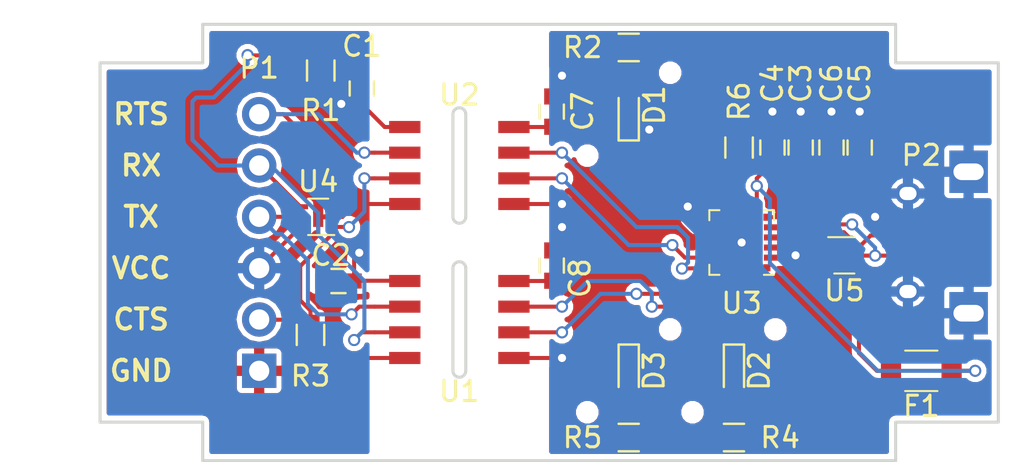
<source format=kicad_pcb>
(kicad_pcb (version 4) (host pcbnew 4.0.5+dfsg1-4~bpo8+1)

  (general
    (links 74)
    (no_connects 2)
    (area 23.463999 38.713 74.465001 61.670001)
    (thickness 1.6)
    (drawings 26)
    (tracks 242)
    (zones 0)
    (modules 28)
    (nets 31)
  )

  (page A4)
  (layers
    (0 F.Cu signal)
    (31 B.Cu signal)
    (32 B.Adhes user)
    (33 F.Adhes user)
    (34 B.Paste user)
    (35 F.Paste user)
    (36 B.SilkS user)
    (37 F.SilkS user)
    (38 B.Mask user)
    (39 F.Mask user)
    (40 Dwgs.User user)
    (41 Cmts.User user)
    (42 Eco1.User user)
    (43 Eco2.User user)
    (44 Edge.Cuts user)
    (45 Margin user)
    (46 B.CrtYd user)
    (47 F.CrtYd user)
    (48 B.Fab user)
    (49 F.Fab user)
  )

  (setup
    (last_trace_width 0.2)
    (trace_clearance 0.16)
    (zone_clearance 0.254)
    (zone_45_only no)
    (trace_min 0.15)
    (segment_width 0.2)
    (edge_width 0.15)
    (via_size 0.6)
    (via_drill 0.4)
    (via_min_size 0.4)
    (via_min_drill 0.3)
    (uvia_size 0.3)
    (uvia_drill 0.1)
    (uvias_allowed no)
    (uvia_min_size 0.2)
    (uvia_min_drill 0.1)
    (pcb_text_width 0.3)
    (pcb_text_size 1.5 1.5)
    (mod_edge_width 0.15)
    (mod_text_size 1 1)
    (mod_text_width 0.15)
    (pad_size 1.524 1.524)
    (pad_drill 0.762)
    (pad_to_mask_clearance 0)
    (aux_axis_origin 0 0)
    (visible_elements FFFFFF7F)
    (pcbplotparams
      (layerselection 0x010fc_80000001)
      (usegerberextensions false)
      (excludeedgelayer true)
      (linewidth 0.100000)
      (plotframeref false)
      (viasonmask false)
      (mode 1)
      (useauxorigin false)
      (hpglpennumber 1)
      (hpglpenspeed 20)
      (hpglpendiameter 15)
      (hpglpenoverlay 2)
      (psnegative false)
      (psa4output false)
      (plotreference true)
      (plotvalue true)
      (plotinvisibletext false)
      (padsonsilk false)
      (subtractmaskfromsilk false)
      (outputformat 1)
      (mirror false)
      (drillshape 0)
      (scaleselection 1)
      (outputdirectory gerber/))
  )

  (net 0 "")
  (net 1 GNDA)
  (net 2 VCC)
  (net 3 GND)
  (net 4 /VBUS)
  (net 5 +3V3)
  (net 6 "Net-(D1-Pad2)")
  (net 7 "Net-(D2-Pad2)")
  (net 8 /TXLED)
  (net 9 "Net-(D3-Pad2)")
  (net 10 /RXLED)
  (net 11 /CTS)
  (net 12 /TX)
  (net 13 /RX)
  (net 14 /RTS)
  (net 15 "Net-(P2-Pad4)")
  (net 16 "Net-(R6-Pad2)")
  (net 17 "Net-(U1-Pad6)")
  (net 18 "Net-(U1-Pad7)")
  (net 19 "Net-(U2-Pad6)")
  (net 20 "Net-(U2-Pad7)")
  (net 21 "Net-(U3-Pad1)")
  (net 22 "Net-(U3-Pad2)")
  (net 23 "Net-(U3-Pad10)")
  (net 24 "Net-(U3-Pad11)")
  (net 25 "Net-(U3-Pad14)")
  (net 26 "Net-(F1-Pad1)")
  (net 27 "Net-(P2-Pad2)")
  (net 28 "Net-(P2-Pad3)")
  (net 29 "Net-(U5-Pad1)")
  (net 30 "Net-(U5-Pad3)")

  (net_class Default "Ceci est la Netclass par défaut"
    (clearance 0.16)
    (trace_width 0.2)
    (via_dia 0.6)
    (via_drill 0.4)
    (uvia_dia 0.3)
    (uvia_drill 0.1)
    (add_net +3V3)
    (add_net /CTS)
    (add_net /RTS)
    (add_net /RX)
    (add_net /RXLED)
    (add_net /TX)
    (add_net /TXLED)
    (add_net /VBUS)
    (add_net GND)
    (add_net GNDA)
    (add_net "Net-(D1-Pad2)")
    (add_net "Net-(D2-Pad2)")
    (add_net "Net-(D3-Pad2)")
    (add_net "Net-(F1-Pad1)")
    (add_net "Net-(P2-Pad2)")
    (add_net "Net-(P2-Pad3)")
    (add_net "Net-(P2-Pad4)")
    (add_net "Net-(R6-Pad2)")
    (add_net "Net-(U1-Pad6)")
    (add_net "Net-(U1-Pad7)")
    (add_net "Net-(U2-Pad6)")
    (add_net "Net-(U2-Pad7)")
    (add_net "Net-(U3-Pad1)")
    (add_net "Net-(U3-Pad10)")
    (add_net "Net-(U3-Pad11)")
    (add_net "Net-(U3-Pad14)")
    (add_net "Net-(U3-Pad2)")
    (add_net "Net-(U5-Pad1)")
    (add_net "Net-(U5-Pad3)")
    (add_net VCC)
  )

  (module Housings_SOIC:SOIC-8_3.9x4.9mm_Pitch1.27mm (layer F.Cu) (tedit 5A9B0112) (tstamp 5A8B3B20)
    (at 46.355 46.99)
    (descr "8-Lead Plastic Small Outline (SN) - Narrow, 3.90 mm Body [SOIC] (see Microchip Packaging Specification 00000049BS.pdf)")
    (tags "SOIC 1.27")
    (path /5A893B51)
    (attr smd)
    (fp_text reference U2 (at 0 -3.5) (layer F.SilkS)
      (effects (font (size 1 1) (thickness 0.15)))
    )
    (fp_text value MAX12931_SOIC8 (at 0 3.5) (layer F.Fab)
      (effects (font (size 1 1) (thickness 0.15)))
    )
    (fp_text user %R (at 0 0) (layer F.Fab)
      (effects (font (size 1 1) (thickness 0.15)))
    )
    (fp_line (start -0.95 -2.45) (end 1.95 -2.45) (layer F.Fab) (width 0.1))
    (fp_line (start 1.95 -2.45) (end 1.95 2.45) (layer F.Fab) (width 0.1))
    (fp_line (start 1.95 2.45) (end -1.95 2.45) (layer F.Fab) (width 0.1))
    (fp_line (start -1.95 2.45) (end -1.95 -1.45) (layer F.Fab) (width 0.1))
    (fp_line (start -1.95 -1.45) (end -0.95 -2.45) (layer F.Fab) (width 0.1))
    (fp_line (start -3.73 -2.7) (end -3.73 2.7) (layer F.CrtYd) (width 0.05))
    (fp_line (start 3.73 -2.7) (end 3.73 2.7) (layer F.CrtYd) (width 0.05))
    (fp_line (start -3.73 -2.7) (end 3.73 -2.7) (layer F.CrtYd) (width 0.05))
    (fp_line (start -3.73 2.7) (end 3.73 2.7) (layer F.CrtYd) (width 0.05))
    (pad 1 smd rect (at -2.7 -1.905) (size 1.55 0.6) (layers F.Cu F.Paste F.Mask)
      (net 2 VCC))
    (pad 2 smd rect (at -2.7 -0.635) (size 1.55 0.6) (layers F.Cu F.Paste F.Mask)
      (net 14 /RTS))
    (pad 3 smd rect (at -2.7 0.635) (size 1.55 0.6) (layers F.Cu F.Paste F.Mask)
      (net 11 /CTS))
    (pad 4 smd rect (at -2.7 1.905) (size 1.55 0.6) (layers F.Cu F.Paste F.Mask)
      (net 1 GNDA))
    (pad 5 smd rect (at 2.7 1.905) (size 1.55 0.6) (layers F.Cu F.Paste F.Mask)
      (net 3 GND))
    (pad 6 smd rect (at 2.7 0.635) (size 1.55 0.6) (layers F.Cu F.Paste F.Mask)
      (net 19 "Net-(U2-Pad6)"))
    (pad 7 smd rect (at 2.7 -0.635) (size 1.55 0.6) (layers F.Cu F.Paste F.Mask)
      (net 20 "Net-(U2-Pad7)"))
    (pad 8 smd rect (at 2.7 -1.905) (size 1.55 0.6) (layers F.Cu F.Paste F.Mask)
      (net 5 +3V3))
    (model ${KISYS3DMOD}/Housings_SOIC.3dshapes/SOIC-8_3.9x4.9mm_Pitch1.27mm.wrl
      (at (xyz 0 0 0))
      (scale (xyz 1 1 1))
      (rotate (xyz 0 0 0))
    )
  )

  (module Housings_SOIC:SOIC-8_3.9x4.9mm_Pitch1.27mm (layer F.Cu) (tedit 5A9B001F) (tstamp 5A8B3B03)
    (at 46.355 54.61)
    (descr "8-Lead Plastic Small Outline (SN) - Narrow, 3.90 mm Body [SOIC] (see Microchip Packaging Specification 00000049BS.pdf)")
    (tags "SOIC 1.27")
    (path /5A893A80)
    (attr smd)
    (fp_text reference U1 (at 0 3.556) (layer F.SilkS)
      (effects (font (size 1 1) (thickness 0.15)))
    )
    (fp_text value MAX12931_SOIC8 (at 0 3.5) (layer F.Fab)
      (effects (font (size 1 1) (thickness 0.15)))
    )
    (fp_text user %R (at 0 0) (layer F.Fab)
      (effects (font (size 1 1) (thickness 0.15)))
    )
    (fp_line (start -0.95 -2.45) (end 1.95 -2.45) (layer F.Fab) (width 0.1))
    (fp_line (start 1.95 -2.45) (end 1.95 2.45) (layer F.Fab) (width 0.1))
    (fp_line (start 1.95 2.45) (end -1.95 2.45) (layer F.Fab) (width 0.1))
    (fp_line (start -1.95 2.45) (end -1.95 -1.45) (layer F.Fab) (width 0.1))
    (fp_line (start -1.95 -1.45) (end -0.95 -2.45) (layer F.Fab) (width 0.1))
    (fp_line (start -3.73 -2.7) (end -3.73 2.7) (layer F.CrtYd) (width 0.05))
    (fp_line (start 3.73 -2.7) (end 3.73 2.7) (layer F.CrtYd) (width 0.05))
    (fp_line (start -3.73 -2.7) (end 3.73 -2.7) (layer F.CrtYd) (width 0.05))
    (fp_line (start -3.73 2.7) (end 3.73 2.7) (layer F.CrtYd) (width 0.05))
    (pad 1 smd rect (at -2.7 -1.905) (size 1.55 0.6) (layers F.Cu F.Paste F.Mask)
      (net 2 VCC))
    (pad 2 smd rect (at -2.7 -0.635) (size 1.55 0.6) (layers F.Cu F.Paste F.Mask)
      (net 12 /TX))
    (pad 3 smd rect (at -2.7 0.635) (size 1.55 0.6) (layers F.Cu F.Paste F.Mask)
      (net 13 /RX))
    (pad 4 smd rect (at -2.7 1.905) (size 1.55 0.6) (layers F.Cu F.Paste F.Mask)
      (net 1 GNDA))
    (pad 5 smd rect (at 2.7 1.905) (size 1.55 0.6) (layers F.Cu F.Paste F.Mask)
      (net 3 GND))
    (pad 6 smd rect (at 2.7 0.635) (size 1.55 0.6) (layers F.Cu F.Paste F.Mask)
      (net 17 "Net-(U1-Pad6)"))
    (pad 7 smd rect (at 2.7 -0.635) (size 1.55 0.6) (layers F.Cu F.Paste F.Mask)
      (net 18 "Net-(U1-Pad7)"))
    (pad 8 smd rect (at 2.7 -1.905) (size 1.55 0.6) (layers F.Cu F.Paste F.Mask)
      (net 5 +3V3))
    (model ${KISYS3DMOD}/Housings_SOIC.3dshapes/SOIC-8_3.9x4.9mm_Pitch1.27mm.wrl
      (at (xyz 0 0 0))
      (scale (xyz 1 1 1))
      (rotate (xyz 0 0 0))
    )
  )

  (module Resistors_SMD:R_0603 (layer F.Cu) (tedit 58E0A804) (tstamp 5A8B3AB3)
    (at 38.989 55.372 90)
    (descr "Resistor SMD 0603, reflow soldering, Vishay (see dcrcw.pdf)")
    (tags "resistor 0603")
    (path /5A898505)
    (attr smd)
    (fp_text reference R3 (at -2.032 0 180) (layer F.SilkS)
      (effects (font (size 1 1) (thickness 0.15)))
    )
    (fp_text value 4.7K (at 0 1.5 90) (layer F.Fab)
      (effects (font (size 1 1) (thickness 0.15)))
    )
    (fp_text user %R (at 0 0 90) (layer F.Fab)
      (effects (font (size 0.4 0.4) (thickness 0.075)))
    )
    (fp_line (start -0.8 0.4) (end -0.8 -0.4) (layer F.Fab) (width 0.1))
    (fp_line (start 0.8 0.4) (end -0.8 0.4) (layer F.Fab) (width 0.1))
    (fp_line (start 0.8 -0.4) (end 0.8 0.4) (layer F.Fab) (width 0.1))
    (fp_line (start -0.8 -0.4) (end 0.8 -0.4) (layer F.Fab) (width 0.1))
    (fp_line (start 0.5 0.68) (end -0.5 0.68) (layer F.SilkS) (width 0.12))
    (fp_line (start -0.5 -0.68) (end 0.5 -0.68) (layer F.SilkS) (width 0.12))
    (fp_line (start -1.25 -0.7) (end 1.25 -0.7) (layer F.CrtYd) (width 0.05))
    (fp_line (start -1.25 -0.7) (end -1.25 0.7) (layer F.CrtYd) (width 0.05))
    (fp_line (start 1.25 0.7) (end 1.25 -0.7) (layer F.CrtYd) (width 0.05))
    (fp_line (start 1.25 0.7) (end -1.25 0.7) (layer F.CrtYd) (width 0.05))
    (pad 1 smd rect (at -0.75 0 90) (size 0.5 0.9) (layers F.Cu F.Paste F.Mask)
      (net 1 GNDA))
    (pad 2 smd rect (at 0.75 0 90) (size 0.5 0.9) (layers F.Cu F.Paste F.Mask)
      (net 11 /CTS))
    (model ${KISYS3DMOD}/Resistors_SMD.3dshapes/R_0603.wrl
      (at (xyz 0 0 0))
      (scale (xyz 1 1 1))
      (rotate (xyz 0 0 0))
    )
  )

  (module Capacitors_SMD:C_0603 (layer F.Cu) (tedit 59958EE7) (tstamp 5A8B393F)
    (at 40.374 52.705 180)
    (descr "Capacitor SMD 0603, reflow soldering, AVX (see smccp.pdf)")
    (tags "capacitor 0603")
    (path /5A899621)
    (attr smd)
    (fp_text reference C2 (at 0.369 1.27 180) (layer F.SilkS)
      (effects (font (size 1 1) (thickness 0.15)))
    )
    (fp_text value 0.1uF (at 0 1.5 180) (layer F.Fab)
      (effects (font (size 1 1) (thickness 0.15)))
    )
    (fp_line (start 1.4 0.65) (end -1.4 0.65) (layer F.CrtYd) (width 0.05))
    (fp_line (start 1.4 0.65) (end 1.4 -0.65) (layer F.CrtYd) (width 0.05))
    (fp_line (start -1.4 -0.65) (end -1.4 0.65) (layer F.CrtYd) (width 0.05))
    (fp_line (start -1.4 -0.65) (end 1.4 -0.65) (layer F.CrtYd) (width 0.05))
    (fp_line (start 0.35 0.6) (end -0.35 0.6) (layer F.SilkS) (width 0.12))
    (fp_line (start -0.35 -0.6) (end 0.35 -0.6) (layer F.SilkS) (width 0.12))
    (fp_line (start -0.8 -0.4) (end 0.8 -0.4) (layer F.Fab) (width 0.1))
    (fp_line (start 0.8 -0.4) (end 0.8 0.4) (layer F.Fab) (width 0.1))
    (fp_line (start 0.8 0.4) (end -0.8 0.4) (layer F.Fab) (width 0.1))
    (fp_line (start -0.8 0.4) (end -0.8 -0.4) (layer F.Fab) (width 0.1))
    (fp_text user %R (at 0 0 180) (layer F.Fab)
      (effects (font (size 0.3 0.3) (thickness 0.075)))
    )
    (pad 2 smd rect (at 0.75 0 180) (size 0.8 0.75) (layers F.Cu F.Paste F.Mask)
      (net 1 GNDA))
    (pad 1 smd rect (at -0.75 0 180) (size 0.8 0.75) (layers F.Cu F.Paste F.Mask)
      (net 2 VCC))
    (model Capacitors_SMD.3dshapes/C_0603.wrl
      (at (xyz 0 0 0))
      (scale (xyz 1 1 1))
      (rotate (xyz 0 0 0))
    )
  )

  (module connector:Pin_Header_Angled_1x06_Pitch2.54mm (layer F.Cu) (tedit 5A930801) (tstamp 5A8B3A72)
    (at 36.449 57.15 180)
    (descr "Through hole angled pin header, 1x06, 2.54mm pitch, 6mm pin length, single row")
    (tags "Through hole angled pin header THT 1x06 2.54mm single row")
    (path /5A896598)
    (fp_text reference P1 (at 0 14.986 360) (layer F.SilkS)
      (effects (font (size 1 1) (thickness 0.15)))
    )
    (fp_text value CONN_01X06 (at 4.385 14.97 180) (layer F.Fab)
      (effects (font (size 1 1) (thickness 0.15)))
    )
    (fp_line (start 2.135 -1.27) (end 4.04 -1.27) (layer F.Fab) (width 0.1))
    (fp_line (start 4.04 -1.27) (end 4.04 13.97) (layer F.Fab) (width 0.1))
    (fp_line (start 4.04 13.97) (end 1.5 13.97) (layer F.Fab) (width 0.1))
    (fp_line (start 1.5 13.97) (end 1.5 -0.635) (layer F.Fab) (width 0.1))
    (fp_line (start 1.5 -0.635) (end 2.135 -1.27) (layer F.Fab) (width 0.1))
    (fp_line (start -0.32 -0.32) (end 1.5 -0.32) (layer F.Fab) (width 0.1))
    (fp_line (start -0.32 -0.32) (end -0.32 0.32) (layer F.Fab) (width 0.1))
    (fp_line (start -0.32 0.32) (end 1.5 0.32) (layer F.Fab) (width 0.1))
    (fp_line (start 4.04 -0.32) (end 12.3 -0.32) (layer F.Fab) (width 0.1))
    (fp_line (start 12.3 -0.32) (end 12.3 0.32) (layer F.Fab) (width 0.1))
    (fp_line (start 4.04 0.32) (end 12.3 0.32) (layer F.Fab) (width 0.1))
    (fp_line (start -0.32 2.22) (end 1.5 2.22) (layer F.Fab) (width 0.1))
    (fp_line (start -0.32 2.22) (end -0.32 2.86) (layer F.Fab) (width 0.1))
    (fp_line (start -0.32 2.86) (end 1.5 2.86) (layer F.Fab) (width 0.1))
    (fp_line (start 4.04 2.22) (end 12.3 2.22) (layer F.Fab) (width 0.1))
    (fp_line (start 12.3 2.22) (end 12.3 2.86) (layer F.Fab) (width 0.1))
    (fp_line (start 4.04 2.86) (end 12.3 2.86) (layer F.Fab) (width 0.1))
    (fp_line (start -0.32 4.76) (end 1.5 4.76) (layer F.Fab) (width 0.1))
    (fp_line (start -0.32 4.76) (end -0.32 5.4) (layer F.Fab) (width 0.1))
    (fp_line (start -0.32 5.4) (end 1.5 5.4) (layer F.Fab) (width 0.1))
    (fp_line (start 4.04 4.76) (end 12.3 4.76) (layer F.Fab) (width 0.1))
    (fp_line (start 12.3 4.76) (end 12.3 5.4) (layer F.Fab) (width 0.1))
    (fp_line (start 4.04 5.4) (end 12.3 5.4) (layer F.Fab) (width 0.1))
    (fp_line (start -0.32 7.3) (end 1.5 7.3) (layer F.Fab) (width 0.1))
    (fp_line (start -0.32 7.3) (end -0.32 7.94) (layer F.Fab) (width 0.1))
    (fp_line (start -0.32 7.94) (end 1.5 7.94) (layer F.Fab) (width 0.1))
    (fp_line (start 4.04 7.3) (end 12.3 7.3) (layer F.Fab) (width 0.1))
    (fp_line (start 12.3 7.3) (end 12.3 7.94) (layer F.Fab) (width 0.1))
    (fp_line (start 4.04 7.94) (end 12.3 7.94) (layer F.Fab) (width 0.1))
    (fp_line (start -0.32 9.84) (end 1.5 9.84) (layer F.Fab) (width 0.1))
    (fp_line (start -0.32 9.84) (end -0.32 10.48) (layer F.Fab) (width 0.1))
    (fp_line (start -0.32 10.48) (end 1.5 10.48) (layer F.Fab) (width 0.1))
    (fp_line (start 4.04 9.84) (end 12.3 9.84) (layer F.Fab) (width 0.1))
    (fp_line (start 12.3 9.84) (end 12.3 10.48) (layer F.Fab) (width 0.1))
    (fp_line (start 4.04 10.48) (end 12.3 10.48) (layer F.Fab) (width 0.1))
    (fp_line (start -0.32 12.38) (end 1.5 12.38) (layer F.Fab) (width 0.1))
    (fp_line (start -0.32 12.38) (end -0.32 13.02) (layer F.Fab) (width 0.1))
    (fp_line (start -0.32 13.02) (end 1.5 13.02) (layer F.Fab) (width 0.1))
    (fp_line (start 4.04 12.38) (end 12.3 12.38) (layer F.Fab) (width 0.1))
    (fp_line (start 12.3 12.38) (end 12.3 13.02) (layer F.Fab) (width 0.1))
    (fp_line (start 4.04 13.02) (end 12.3 13.02) (layer F.Fab) (width 0.1))
    (fp_line (start -1.8 -1.8) (end -1.8 14.5) (layer F.CrtYd) (width 0.05))
    (fp_line (start -1.8 14.5) (end 12.8 14.5) (layer F.CrtYd) (width 0.05))
    (fp_line (start 12.8 14.5) (end 12.8 -1.8) (layer F.CrtYd) (width 0.05))
    (fp_line (start 12.8 -1.8) (end -1.8 -1.8) (layer F.CrtYd) (width 0.05))
    (fp_text user %R (at 2.77 6.35 270) (layer F.Fab)
      (effects (font (size 1 1) (thickness 0.15)))
    )
    (pad 1 thru_hole rect (at 0 0 180) (size 1.7 1.7) (drill 1) (layers *.Cu *.Mask)
      (net 1 GNDA))
    (pad 2 thru_hole oval (at 0 2.54 180) (size 1.7 1.7) (drill 1) (layers *.Cu *.Mask)
      (net 11 /CTS))
    (pad 3 thru_hole oval (at 0 5.08 180) (size 1.7 1.7) (drill 1) (layers *.Cu *.Mask)
      (net 2 VCC))
    (pad 4 thru_hole oval (at 0 7.62 180) (size 1.7 1.7) (drill 1) (layers *.Cu *.Mask)
      (net 12 /TX))
    (pad 5 thru_hole oval (at 0 10.16 180) (size 1.7 1.7) (drill 1) (layers *.Cu *.Mask)
      (net 13 /RX))
    (pad 6 thru_hole oval (at 0 12.7 180) (size 1.7 1.7) (drill 1) (layers *.Cu *.Mask)
      (net 14 /RTS))
    (model /home/adrien/project/usb_uart/molex/022288061.wrl
      (at (xyz 0.115 -0.25 0.05))
      (scale (xyz 1 1 1))
      (rotate (xyz 0 180 90))
    )
  )

  (module Capacitors_SMD:C_0603 (layer F.Cu) (tedit 59958EE7) (tstamp 5A8B392E)
    (at 41.529 43.18 90)
    (descr "Capacitor SMD 0603, reflow soldering, AVX (see smccp.pdf)")
    (tags "capacitor 0603")
    (path /5A89960D)
    (attr smd)
    (fp_text reference C1 (at 2.0955 0 180) (layer F.SilkS)
      (effects (font (size 1 1) (thickness 0.15)))
    )
    (fp_text value 0.1uF (at 0 1.5 90) (layer F.Fab)
      (effects (font (size 1 1) (thickness 0.15)))
    )
    (fp_line (start 1.4 0.65) (end -1.4 0.65) (layer F.CrtYd) (width 0.05))
    (fp_line (start 1.4 0.65) (end 1.4 -0.65) (layer F.CrtYd) (width 0.05))
    (fp_line (start -1.4 -0.65) (end -1.4 0.65) (layer F.CrtYd) (width 0.05))
    (fp_line (start -1.4 -0.65) (end 1.4 -0.65) (layer F.CrtYd) (width 0.05))
    (fp_line (start 0.35 0.6) (end -0.35 0.6) (layer F.SilkS) (width 0.12))
    (fp_line (start -0.35 -0.6) (end 0.35 -0.6) (layer F.SilkS) (width 0.12))
    (fp_line (start -0.8 -0.4) (end 0.8 -0.4) (layer F.Fab) (width 0.1))
    (fp_line (start 0.8 -0.4) (end 0.8 0.4) (layer F.Fab) (width 0.1))
    (fp_line (start 0.8 0.4) (end -0.8 0.4) (layer F.Fab) (width 0.1))
    (fp_line (start -0.8 0.4) (end -0.8 -0.4) (layer F.Fab) (width 0.1))
    (fp_text user %R (at 0 0 90) (layer F.Fab)
      (effects (font (size 0.3 0.3) (thickness 0.075)))
    )
    (pad 2 smd rect (at 0.75 0 90) (size 0.8 0.75) (layers F.Cu F.Paste F.Mask)
      (net 1 GNDA))
    (pad 1 smd rect (at -0.75 0 90) (size 0.8 0.75) (layers F.Cu F.Paste F.Mask)
      (net 2 VCC))
    (model Capacitors_SMD.3dshapes/C_0603.wrl
      (at (xyz 0 0 0))
      (scale (xyz 1 1 1))
      (rotate (xyz 0 0 0))
    )
  )

  (module fuse:fuse_1206 (layer F.Cu) (tedit 5A8F0BDD) (tstamp 5A8F2D1D)
    (at 69.215 57.15)
    (path /5A89D53A)
    (fp_text reference F1 (at 0 1.75) (layer F.SilkS)
      (effects (font (size 1 1) (thickness 0.15)))
    )
    (fp_text value Polyfuse (at 0 -1.75) (layer F.Fab)
      (effects (font (size 1 1) (thickness 0.15)))
    )
    (fp_line (start 2.25 1.2) (end -2.25 1.2) (layer F.CrtYd) (width 0.1))
    (fp_line (start 2.25 -1.2) (end 2.25 1.2) (layer F.CrtYd) (width 0.1))
    (fp_line (start -2.25 -1.2) (end 2.25 -1.2) (layer F.CrtYd) (width 0.1))
    (fp_line (start -2.25 1.2) (end -2.25 -1.2) (layer F.CrtYd) (width 0.1))
    (fp_line (start -0.8 -1) (end 0.8 -1) (layer F.SilkS) (width 0.1))
    (fp_line (start -0.8 1) (end 0.8 1) (layer F.SilkS) (width 0.1))
    (fp_line (start -1.75 0.45) (end -1.75 0.9) (layer F.Fab) (width 0.1))
    (fp_line (start -1.75 -0.9) (end -1.75 -0.45) (layer F.Fab) (width 0.1))
    (fp_line (start 1.75 -0.45) (end 1.75 -0.9) (layer F.Fab) (width 0.1))
    (fp_line (start 1.75 0.45) (end 1.75 0.9) (layer F.Fab) (width 0.1))
    (fp_arc (start -1.75 0) (end -1.75 -0.45) (angle 180) (layer F.Fab) (width 0.1))
    (fp_arc (start 1.75 0) (end 1.75 0.45) (angle 180) (layer F.Fab) (width 0.1))
    (fp_line (start -1.75 -0.9) (end 1.75 -0.9) (layer F.Fab) (width 0.1))
    (fp_line (start -1.75 0.9) (end 1.75 0.9) (layer F.Fab) (width 0.1))
    (pad 1 smd rect (at -1.5 0) (size 1 1.9) (layers F.Cu F.Paste F.Mask)
      (net 26 "Net-(F1-Pad1)"))
    (pad 2 smd rect (at 1.5 0) (size 1 1.9) (layers F.Cu F.Paste F.Mask)
      (net 4 /VBUS))
    (model /home/adrien/project/usb_uart/fuse.pretty/fuse_1206.wrl
      (at (xyz 0 0 0))
      (scale (xyz 1 1 1))
      (rotate (xyz 0 0 90))
    )
  )

  (module Capacitors_SMD:C_0603 (layer F.Cu) (tedit 59958EE7) (tstamp 5A8B3950)
    (at 63.246 46.101 90)
    (descr "Capacitor SMD 0603, reflow soldering, AVX (see smccp.pdf)")
    (tags "capacitor 0603")
    (path /5A88A22A)
    (attr smd)
    (fp_text reference C3 (at 3.175 0 90) (layer F.SilkS)
      (effects (font (size 1 1) (thickness 0.15)))
    )
    (fp_text value 4.7uF (at 0 1.5 90) (layer F.Fab)
      (effects (font (size 1 1) (thickness 0.15)))
    )
    (fp_line (start 1.4 0.65) (end -1.4 0.65) (layer F.CrtYd) (width 0.05))
    (fp_line (start 1.4 0.65) (end 1.4 -0.65) (layer F.CrtYd) (width 0.05))
    (fp_line (start -1.4 -0.65) (end -1.4 0.65) (layer F.CrtYd) (width 0.05))
    (fp_line (start -1.4 -0.65) (end 1.4 -0.65) (layer F.CrtYd) (width 0.05))
    (fp_line (start 0.35 0.6) (end -0.35 0.6) (layer F.SilkS) (width 0.12))
    (fp_line (start -0.35 -0.6) (end 0.35 -0.6) (layer F.SilkS) (width 0.12))
    (fp_line (start -0.8 -0.4) (end 0.8 -0.4) (layer F.Fab) (width 0.1))
    (fp_line (start 0.8 -0.4) (end 0.8 0.4) (layer F.Fab) (width 0.1))
    (fp_line (start 0.8 0.4) (end -0.8 0.4) (layer F.Fab) (width 0.1))
    (fp_line (start -0.8 0.4) (end -0.8 -0.4) (layer F.Fab) (width 0.1))
    (fp_text user %R (at 0 0 90) (layer F.Fab)
      (effects (font (size 0.3 0.3) (thickness 0.075)))
    )
    (pad 2 smd rect (at 0.75 0 90) (size 0.8 0.75) (layers F.Cu F.Paste F.Mask)
      (net 3 GND))
    (pad 1 smd rect (at -0.75 0 90) (size 0.8 0.75) (layers F.Cu F.Paste F.Mask)
      (net 4 /VBUS))
    (model Capacitors_SMD.3dshapes/C_0603.wrl
      (at (xyz 0 0 0))
      (scale (xyz 1 1 1))
      (rotate (xyz 0 0 0))
    )
  )

  (module Capacitors_SMD:C_0603 (layer F.Cu) (tedit 59958EE7) (tstamp 5A8B3961)
    (at 61.849 46.101 90)
    (descr "Capacitor SMD 0603, reflow soldering, AVX (see smccp.pdf)")
    (tags "capacitor 0603")
    (path /5A88A290)
    (attr smd)
    (fp_text reference C4 (at 3.175 0 90) (layer F.SilkS)
      (effects (font (size 1 1) (thickness 0.15)))
    )
    (fp_text value 0.1uF (at 0 1.5 90) (layer F.Fab)
      (effects (font (size 1 1) (thickness 0.15)))
    )
    (fp_line (start 1.4 0.65) (end -1.4 0.65) (layer F.CrtYd) (width 0.05))
    (fp_line (start 1.4 0.65) (end 1.4 -0.65) (layer F.CrtYd) (width 0.05))
    (fp_line (start -1.4 -0.65) (end -1.4 0.65) (layer F.CrtYd) (width 0.05))
    (fp_line (start -1.4 -0.65) (end 1.4 -0.65) (layer F.CrtYd) (width 0.05))
    (fp_line (start 0.35 0.6) (end -0.35 0.6) (layer F.SilkS) (width 0.12))
    (fp_line (start -0.35 -0.6) (end 0.35 -0.6) (layer F.SilkS) (width 0.12))
    (fp_line (start -0.8 -0.4) (end 0.8 -0.4) (layer F.Fab) (width 0.1))
    (fp_line (start 0.8 -0.4) (end 0.8 0.4) (layer F.Fab) (width 0.1))
    (fp_line (start 0.8 0.4) (end -0.8 0.4) (layer F.Fab) (width 0.1))
    (fp_line (start -0.8 0.4) (end -0.8 -0.4) (layer F.Fab) (width 0.1))
    (fp_text user %R (at 0 0 90) (layer F.Fab)
      (effects (font (size 0.3 0.3) (thickness 0.075)))
    )
    (pad 2 smd rect (at 0.75 0 90) (size 0.8 0.75) (layers F.Cu F.Paste F.Mask)
      (net 3 GND))
    (pad 1 smd rect (at -0.75 0 90) (size 0.8 0.75) (layers F.Cu F.Paste F.Mask)
      (net 4 /VBUS))
    (model Capacitors_SMD.3dshapes/C_0603.wrl
      (at (xyz 0 0 0))
      (scale (xyz 1 1 1))
      (rotate (xyz 0 0 0))
    )
  )

  (module Capacitors_SMD:C_0603 (layer F.Cu) (tedit 59958EE7) (tstamp 5A8B3972)
    (at 66.167 46.101 90)
    (descr "Capacitor SMD 0603, reflow soldering, AVX (see smccp.pdf)")
    (tags "capacitor 0603")
    (path /5A88A363)
    (attr smd)
    (fp_text reference C5 (at 3.175 0 90) (layer F.SilkS)
      (effects (font (size 1 1) (thickness 0.15)))
    )
    (fp_text value 4.7uF (at 0 1.5 90) (layer F.Fab)
      (effects (font (size 1 1) (thickness 0.15)))
    )
    (fp_line (start 1.4 0.65) (end -1.4 0.65) (layer F.CrtYd) (width 0.05))
    (fp_line (start 1.4 0.65) (end 1.4 -0.65) (layer F.CrtYd) (width 0.05))
    (fp_line (start -1.4 -0.65) (end -1.4 0.65) (layer F.CrtYd) (width 0.05))
    (fp_line (start -1.4 -0.65) (end 1.4 -0.65) (layer F.CrtYd) (width 0.05))
    (fp_line (start 0.35 0.6) (end -0.35 0.6) (layer F.SilkS) (width 0.12))
    (fp_line (start -0.35 -0.6) (end 0.35 -0.6) (layer F.SilkS) (width 0.12))
    (fp_line (start -0.8 -0.4) (end 0.8 -0.4) (layer F.Fab) (width 0.1))
    (fp_line (start 0.8 -0.4) (end 0.8 0.4) (layer F.Fab) (width 0.1))
    (fp_line (start 0.8 0.4) (end -0.8 0.4) (layer F.Fab) (width 0.1))
    (fp_line (start -0.8 0.4) (end -0.8 -0.4) (layer F.Fab) (width 0.1))
    (fp_text user %R (at 0 0 90) (layer F.Fab)
      (effects (font (size 0.3 0.3) (thickness 0.075)))
    )
    (pad 2 smd rect (at 0.75 0 90) (size 0.8 0.75) (layers F.Cu F.Paste F.Mask)
      (net 3 GND))
    (pad 1 smd rect (at -0.75 0 90) (size 0.8 0.75) (layers F.Cu F.Paste F.Mask)
      (net 5 +3V3))
    (model Capacitors_SMD.3dshapes/C_0603.wrl
      (at (xyz 0 0 0))
      (scale (xyz 1 1 1))
      (rotate (xyz 0 0 0))
    )
  )

  (module Capacitors_SMD:C_0603 (layer F.Cu) (tedit 59958EE7) (tstamp 5A8B3983)
    (at 64.77 46.101 90)
    (descr "Capacitor SMD 0603, reflow soldering, AVX (see smccp.pdf)")
    (tags "capacitor 0603")
    (path /5A88A369)
    (attr smd)
    (fp_text reference C6 (at 3.175 0 90) (layer F.SilkS)
      (effects (font (size 1 1) (thickness 0.15)))
    )
    (fp_text value 0.1uF (at 0 1.5 90) (layer F.Fab)
      (effects (font (size 1 1) (thickness 0.15)))
    )
    (fp_line (start 1.4 0.65) (end -1.4 0.65) (layer F.CrtYd) (width 0.05))
    (fp_line (start 1.4 0.65) (end 1.4 -0.65) (layer F.CrtYd) (width 0.05))
    (fp_line (start -1.4 -0.65) (end -1.4 0.65) (layer F.CrtYd) (width 0.05))
    (fp_line (start -1.4 -0.65) (end 1.4 -0.65) (layer F.CrtYd) (width 0.05))
    (fp_line (start 0.35 0.6) (end -0.35 0.6) (layer F.SilkS) (width 0.12))
    (fp_line (start -0.35 -0.6) (end 0.35 -0.6) (layer F.SilkS) (width 0.12))
    (fp_line (start -0.8 -0.4) (end 0.8 -0.4) (layer F.Fab) (width 0.1))
    (fp_line (start 0.8 -0.4) (end 0.8 0.4) (layer F.Fab) (width 0.1))
    (fp_line (start 0.8 0.4) (end -0.8 0.4) (layer F.Fab) (width 0.1))
    (fp_line (start -0.8 0.4) (end -0.8 -0.4) (layer F.Fab) (width 0.1))
    (fp_text user %R (at 0 0 90) (layer F.Fab)
      (effects (font (size 0.3 0.3) (thickness 0.075)))
    )
    (pad 2 smd rect (at 0.75 0 90) (size 0.8 0.75) (layers F.Cu F.Paste F.Mask)
      (net 3 GND))
    (pad 1 smd rect (at -0.75 0 90) (size 0.8 0.75) (layers F.Cu F.Paste F.Mask)
      (net 5 +3V3))
    (model Capacitors_SMD.3dshapes/C_0603.wrl
      (at (xyz 0 0 0))
      (scale (xyz 1 1 1))
      (rotate (xyz 0 0 0))
    )
  )

  (module Capacitors_SMD:C_0603 (layer F.Cu) (tedit 59958EE7) (tstamp 5A8B3994)
    (at 50.927 44.323 90)
    (descr "Capacitor SMD 0603, reflow soldering, AVX (see smccp.pdf)")
    (tags "capacitor 0603")
    (path /5A894458)
    (attr smd)
    (fp_text reference C7 (at 0.012 1.524 90) (layer F.SilkS)
      (effects (font (size 1 1) (thickness 0.15)))
    )
    (fp_text value 0.1uF (at 0 1.5 90) (layer F.Fab)
      (effects (font (size 1 1) (thickness 0.15)))
    )
    (fp_line (start 1.4 0.65) (end -1.4 0.65) (layer F.CrtYd) (width 0.05))
    (fp_line (start 1.4 0.65) (end 1.4 -0.65) (layer F.CrtYd) (width 0.05))
    (fp_line (start -1.4 -0.65) (end -1.4 0.65) (layer F.CrtYd) (width 0.05))
    (fp_line (start -1.4 -0.65) (end 1.4 -0.65) (layer F.CrtYd) (width 0.05))
    (fp_line (start 0.35 0.6) (end -0.35 0.6) (layer F.SilkS) (width 0.12))
    (fp_line (start -0.35 -0.6) (end 0.35 -0.6) (layer F.SilkS) (width 0.12))
    (fp_line (start -0.8 -0.4) (end 0.8 -0.4) (layer F.Fab) (width 0.1))
    (fp_line (start 0.8 -0.4) (end 0.8 0.4) (layer F.Fab) (width 0.1))
    (fp_line (start 0.8 0.4) (end -0.8 0.4) (layer F.Fab) (width 0.1))
    (fp_line (start -0.8 0.4) (end -0.8 -0.4) (layer F.Fab) (width 0.1))
    (fp_text user %R (at 0 0 90) (layer F.Fab)
      (effects (font (size 0.3 0.3) (thickness 0.075)))
    )
    (pad 2 smd rect (at 0.75 0 90) (size 0.8 0.75) (layers F.Cu F.Paste F.Mask)
      (net 3 GND))
    (pad 1 smd rect (at -0.75 0 90) (size 0.8 0.75) (layers F.Cu F.Paste F.Mask)
      (net 5 +3V3))
    (model Capacitors_SMD.3dshapes/C_0603.wrl
      (at (xyz 0 0 0))
      (scale (xyz 1 1 1))
      (rotate (xyz 0 0 0))
    )
  )

  (module Capacitors_SMD:C_0603 (layer F.Cu) (tedit 59958EE7) (tstamp 5A8B39A5)
    (at 50.927 51.943 90)
    (descr "Capacitor SMD 0603, reflow soldering, AVX (see smccp.pdf)")
    (tags "capacitor 0603")
    (path /5A89491E)
    (attr smd)
    (fp_text reference C8 (at -0.623 1.397 90) (layer F.SilkS)
      (effects (font (size 1 1) (thickness 0.15)))
    )
    (fp_text value 0.1uF (at 0.139 1.651 90) (layer F.Fab)
      (effects (font (size 1 1) (thickness 0.15)))
    )
    (fp_line (start 1.4 0.65) (end -1.4 0.65) (layer F.CrtYd) (width 0.05))
    (fp_line (start 1.4 0.65) (end 1.4 -0.65) (layer F.CrtYd) (width 0.05))
    (fp_line (start -1.4 -0.65) (end -1.4 0.65) (layer F.CrtYd) (width 0.05))
    (fp_line (start -1.4 -0.65) (end 1.4 -0.65) (layer F.CrtYd) (width 0.05))
    (fp_line (start 0.35 0.6) (end -0.35 0.6) (layer F.SilkS) (width 0.12))
    (fp_line (start -0.35 -0.6) (end 0.35 -0.6) (layer F.SilkS) (width 0.12))
    (fp_line (start -0.8 -0.4) (end 0.8 -0.4) (layer F.Fab) (width 0.1))
    (fp_line (start 0.8 -0.4) (end 0.8 0.4) (layer F.Fab) (width 0.1))
    (fp_line (start 0.8 0.4) (end -0.8 0.4) (layer F.Fab) (width 0.1))
    (fp_line (start -0.8 0.4) (end -0.8 -0.4) (layer F.Fab) (width 0.1))
    (fp_text user %R (at 0 0 90) (layer F.Fab)
      (effects (font (size 0.3 0.3) (thickness 0.075)))
    )
    (pad 2 smd rect (at 0.75 0 90) (size 0.8 0.75) (layers F.Cu F.Paste F.Mask)
      (net 3 GND))
    (pad 1 smd rect (at -0.75 0 90) (size 0.8 0.75) (layers F.Cu F.Paste F.Mask)
      (net 5 +3V3))
    (model Capacitors_SMD.3dshapes/C_0603.wrl
      (at (xyz 0 0 0))
      (scale (xyz 1 1 1))
      (rotate (xyz 0 0 0))
    )
  )

  (module Resistors_SMD:R_0603 (layer F.Cu) (tedit 58E0A804) (tstamp 5A8B3A91)
    (at 39.497 42.291 270)
    (descr "Resistor SMD 0603, reflow soldering, Vishay (see dcrcw.pdf)")
    (tags "resistor 0603")
    (path /5A8982FE)
    (attr smd)
    (fp_text reference R1 (at 1.9685 0 360) (layer F.SilkS)
      (effects (font (size 1 1) (thickness 0.15)))
    )
    (fp_text value 4.7K (at 0 1.5 270) (layer F.Fab)
      (effects (font (size 1 1) (thickness 0.15)))
    )
    (fp_text user %R (at 0 0 270) (layer F.Fab)
      (effects (font (size 0.4 0.4) (thickness 0.075)))
    )
    (fp_line (start -0.8 0.4) (end -0.8 -0.4) (layer F.Fab) (width 0.1))
    (fp_line (start 0.8 0.4) (end -0.8 0.4) (layer F.Fab) (width 0.1))
    (fp_line (start 0.8 -0.4) (end 0.8 0.4) (layer F.Fab) (width 0.1))
    (fp_line (start -0.8 -0.4) (end 0.8 -0.4) (layer F.Fab) (width 0.1))
    (fp_line (start 0.5 0.68) (end -0.5 0.68) (layer F.SilkS) (width 0.12))
    (fp_line (start -0.5 -0.68) (end 0.5 -0.68) (layer F.SilkS) (width 0.12))
    (fp_line (start -1.25 -0.7) (end 1.25 -0.7) (layer F.CrtYd) (width 0.05))
    (fp_line (start -1.25 -0.7) (end -1.25 0.7) (layer F.CrtYd) (width 0.05))
    (fp_line (start 1.25 0.7) (end 1.25 -0.7) (layer F.CrtYd) (width 0.05))
    (fp_line (start 1.25 0.7) (end -1.25 0.7) (layer F.CrtYd) (width 0.05))
    (pad 1 smd rect (at -0.75 0 270) (size 0.5 0.9) (layers F.Cu F.Paste F.Mask)
      (net 13 /RX))
    (pad 2 smd rect (at 0.75 0 270) (size 0.5 0.9) (layers F.Cu F.Paste F.Mask)
      (net 2 VCC))
    (model ${KISYS3DMOD}/Resistors_SMD.3dshapes/R_0603.wrl
      (at (xyz 0 0 0))
      (scale (xyz 1 1 1))
      (rotate (xyz 0 0 0))
    )
  )

  (module Resistors_SMD:R_0603 (layer F.Cu) (tedit 58E0A804) (tstamp 5A8B3AA2)
    (at 54.737 41.148 180)
    (descr "Resistor SMD 0603, reflow soldering, Vishay (see dcrcw.pdf)")
    (tags "resistor 0603")
    (path /5A898135)
    (attr smd)
    (fp_text reference R2 (at 2.286 0 180) (layer F.SilkS)
      (effects (font (size 1 1) (thickness 0.15)))
    )
    (fp_text value 1K (at 0 1.5 180) (layer F.Fab)
      (effects (font (size 1 1) (thickness 0.15)))
    )
    (fp_text user %R (at 0 0 180) (layer F.Fab)
      (effects (font (size 0.4 0.4) (thickness 0.075)))
    )
    (fp_line (start -0.8 0.4) (end -0.8 -0.4) (layer F.Fab) (width 0.1))
    (fp_line (start 0.8 0.4) (end -0.8 0.4) (layer F.Fab) (width 0.1))
    (fp_line (start 0.8 -0.4) (end 0.8 0.4) (layer F.Fab) (width 0.1))
    (fp_line (start -0.8 -0.4) (end 0.8 -0.4) (layer F.Fab) (width 0.1))
    (fp_line (start 0.5 0.68) (end -0.5 0.68) (layer F.SilkS) (width 0.12))
    (fp_line (start -0.5 -0.68) (end 0.5 -0.68) (layer F.SilkS) (width 0.12))
    (fp_line (start -1.25 -0.7) (end 1.25 -0.7) (layer F.CrtYd) (width 0.05))
    (fp_line (start -1.25 -0.7) (end -1.25 0.7) (layer F.CrtYd) (width 0.05))
    (fp_line (start 1.25 0.7) (end 1.25 -0.7) (layer F.CrtYd) (width 0.05))
    (fp_line (start 1.25 0.7) (end -1.25 0.7) (layer F.CrtYd) (width 0.05))
    (pad 1 smd rect (at -0.75 0 180) (size 0.5 0.9) (layers F.Cu F.Paste F.Mask)
      (net 6 "Net-(D1-Pad2)"))
    (pad 2 smd rect (at 0.75 0 180) (size 0.5 0.9) (layers F.Cu F.Paste F.Mask)
      (net 5 +3V3))
    (model ${KISYS3DMOD}/Resistors_SMD.3dshapes/R_0603.wrl
      (at (xyz 0 0 0))
      (scale (xyz 1 1 1))
      (rotate (xyz 0 0 0))
    )
  )

  (module Resistors_SMD:R_0603 (layer F.Cu) (tedit 58E0A804) (tstamp 5A8B3AC4)
    (at 59.944 60.452 180)
    (descr "Resistor SMD 0603, reflow soldering, Vishay (see dcrcw.pdf)")
    (tags "resistor 0603")
    (path /5A88BA35)
    (attr smd)
    (fp_text reference R4 (at -2.286 0 180) (layer F.SilkS)
      (effects (font (size 1 1) (thickness 0.15)))
    )
    (fp_text value 1K (at 0 1.5 180) (layer F.Fab)
      (effects (font (size 1 1) (thickness 0.15)))
    )
    (fp_text user %R (at 0 0 180) (layer F.Fab)
      (effects (font (size 0.4 0.4) (thickness 0.075)))
    )
    (fp_line (start -0.8 0.4) (end -0.8 -0.4) (layer F.Fab) (width 0.1))
    (fp_line (start 0.8 0.4) (end -0.8 0.4) (layer F.Fab) (width 0.1))
    (fp_line (start 0.8 -0.4) (end 0.8 0.4) (layer F.Fab) (width 0.1))
    (fp_line (start -0.8 -0.4) (end 0.8 -0.4) (layer F.Fab) (width 0.1))
    (fp_line (start 0.5 0.68) (end -0.5 0.68) (layer F.SilkS) (width 0.12))
    (fp_line (start -0.5 -0.68) (end 0.5 -0.68) (layer F.SilkS) (width 0.12))
    (fp_line (start -1.25 -0.7) (end 1.25 -0.7) (layer F.CrtYd) (width 0.05))
    (fp_line (start -1.25 -0.7) (end -1.25 0.7) (layer F.CrtYd) (width 0.05))
    (fp_line (start 1.25 0.7) (end 1.25 -0.7) (layer F.CrtYd) (width 0.05))
    (fp_line (start 1.25 0.7) (end -1.25 0.7) (layer F.CrtYd) (width 0.05))
    (pad 1 smd rect (at -0.75 0 180) (size 0.5 0.9) (layers F.Cu F.Paste F.Mask)
      (net 7 "Net-(D2-Pad2)"))
    (pad 2 smd rect (at 0.75 0 180) (size 0.5 0.9) (layers F.Cu F.Paste F.Mask)
      (net 5 +3V3))
    (model ${KISYS3DMOD}/Resistors_SMD.3dshapes/R_0603.wrl
      (at (xyz 0 0 0))
      (scale (xyz 1 1 1))
      (rotate (xyz 0 0 0))
    )
  )

  (module Resistors_SMD:R_0603 (layer F.Cu) (tedit 58E0A804) (tstamp 5A8B3AD5)
    (at 54.737 60.452 180)
    (descr "Resistor SMD 0603, reflow soldering, Vishay (see dcrcw.pdf)")
    (tags "resistor 0603")
    (path /5A88B5E7)
    (attr smd)
    (fp_text reference R5 (at 2.286 0 180) (layer F.SilkS)
      (effects (font (size 1 1) (thickness 0.15)))
    )
    (fp_text value 1K (at 0 1.5 180) (layer F.Fab)
      (effects (font (size 1 1) (thickness 0.15)))
    )
    (fp_text user %R (at 0 0 180) (layer F.Fab)
      (effects (font (size 0.4 0.4) (thickness 0.075)))
    )
    (fp_line (start -0.8 0.4) (end -0.8 -0.4) (layer F.Fab) (width 0.1))
    (fp_line (start 0.8 0.4) (end -0.8 0.4) (layer F.Fab) (width 0.1))
    (fp_line (start 0.8 -0.4) (end 0.8 0.4) (layer F.Fab) (width 0.1))
    (fp_line (start -0.8 -0.4) (end 0.8 -0.4) (layer F.Fab) (width 0.1))
    (fp_line (start 0.5 0.68) (end -0.5 0.68) (layer F.SilkS) (width 0.12))
    (fp_line (start -0.5 -0.68) (end 0.5 -0.68) (layer F.SilkS) (width 0.12))
    (fp_line (start -1.25 -0.7) (end 1.25 -0.7) (layer F.CrtYd) (width 0.05))
    (fp_line (start -1.25 -0.7) (end -1.25 0.7) (layer F.CrtYd) (width 0.05))
    (fp_line (start 1.25 0.7) (end 1.25 -0.7) (layer F.CrtYd) (width 0.05))
    (fp_line (start 1.25 0.7) (end -1.25 0.7) (layer F.CrtYd) (width 0.05))
    (pad 1 smd rect (at -0.75 0 180) (size 0.5 0.9) (layers F.Cu F.Paste F.Mask)
      (net 9 "Net-(D3-Pad2)"))
    (pad 2 smd rect (at 0.75 0 180) (size 0.5 0.9) (layers F.Cu F.Paste F.Mask)
      (net 5 +3V3))
    (model ${KISYS3DMOD}/Resistors_SMD.3dshapes/R_0603.wrl
      (at (xyz 0 0 0))
      (scale (xyz 1 1 1))
      (rotate (xyz 0 0 0))
    )
  )

  (module Resistors_SMD:R_0603 (layer F.Cu) (tedit 58E0A804) (tstamp 5A8B3AE6)
    (at 60.198 46.101 270)
    (descr "Resistor SMD 0603, reflow soldering, Vishay (see dcrcw.pdf)")
    (tags "resistor 0603")
    (path /5A88AD88)
    (attr smd)
    (fp_text reference R6 (at -2.286 0 270) (layer F.SilkS)
      (effects (font (size 1 1) (thickness 0.15)))
    )
    (fp_text value 1K (at 0 1.5 270) (layer F.Fab)
      (effects (font (size 1 1) (thickness 0.15)))
    )
    (fp_text user %R (at 0 0 270) (layer F.Fab)
      (effects (font (size 0.4 0.4) (thickness 0.075)))
    )
    (fp_line (start -0.8 0.4) (end -0.8 -0.4) (layer F.Fab) (width 0.1))
    (fp_line (start 0.8 0.4) (end -0.8 0.4) (layer F.Fab) (width 0.1))
    (fp_line (start 0.8 -0.4) (end 0.8 0.4) (layer F.Fab) (width 0.1))
    (fp_line (start -0.8 -0.4) (end 0.8 -0.4) (layer F.Fab) (width 0.1))
    (fp_line (start 0.5 0.68) (end -0.5 0.68) (layer F.SilkS) (width 0.12))
    (fp_line (start -0.5 -0.68) (end 0.5 -0.68) (layer F.SilkS) (width 0.12))
    (fp_line (start -1.25 -0.7) (end 1.25 -0.7) (layer F.CrtYd) (width 0.05))
    (fp_line (start -1.25 -0.7) (end -1.25 0.7) (layer F.CrtYd) (width 0.05))
    (fp_line (start 1.25 0.7) (end 1.25 -0.7) (layer F.CrtYd) (width 0.05))
    (fp_line (start 1.25 0.7) (end -1.25 0.7) (layer F.CrtYd) (width 0.05))
    (pad 1 smd rect (at -0.75 0 270) (size 0.5 0.9) (layers F.Cu F.Paste F.Mask)
      (net 5 +3V3))
    (pad 2 smd rect (at 0.75 0 270) (size 0.5 0.9) (layers F.Cu F.Paste F.Mask)
      (net 16 "Net-(R6-Pad2)"))
    (model ${KISYS3DMOD}/Resistors_SMD.3dshapes/R_0603.wrl
      (at (xyz 0 0 0))
      (scale (xyz 1 1 1))
      (rotate (xyz 0 0 0))
    )
  )

  (module LEDs:LED_0603 (layer F.Cu) (tedit 57FE93A5) (tstamp 5A8C74B1)
    (at 54.737 44.45 90)
    (descr "LED 0603 smd package")
    (tags "LED led 0603 SMD smd SMT smt smdled SMDLED smtled SMTLED")
    (path /5A89812F)
    (attr smd)
    (fp_text reference D1 (at 0.4445 1.27 90) (layer F.SilkS)
      (effects (font (size 1 1) (thickness 0.15)))
    )
    (fp_text value LED (at 0 1.35 90) (layer F.Fab)
      (effects (font (size 1 1) (thickness 0.15)))
    )
    (fp_line (start -1.3 -0.5) (end -1.3 0.5) (layer F.SilkS) (width 0.12))
    (fp_line (start -0.2 -0.2) (end -0.2 0.2) (layer F.Fab) (width 0.1))
    (fp_line (start -0.15 0) (end 0.15 -0.2) (layer F.Fab) (width 0.1))
    (fp_line (start 0.15 0.2) (end -0.15 0) (layer F.Fab) (width 0.1))
    (fp_line (start 0.15 -0.2) (end 0.15 0.2) (layer F.Fab) (width 0.1))
    (fp_line (start 0.8 0.4) (end -0.8 0.4) (layer F.Fab) (width 0.1))
    (fp_line (start 0.8 -0.4) (end 0.8 0.4) (layer F.Fab) (width 0.1))
    (fp_line (start -0.8 -0.4) (end 0.8 -0.4) (layer F.Fab) (width 0.1))
    (fp_line (start -0.8 0.4) (end -0.8 -0.4) (layer F.Fab) (width 0.1))
    (fp_line (start -1.3 0.5) (end 0.8 0.5) (layer F.SilkS) (width 0.12))
    (fp_line (start -1.3 -0.5) (end 0.8 -0.5) (layer F.SilkS) (width 0.12))
    (fp_line (start 1.45 -0.65) (end 1.45 0.65) (layer F.CrtYd) (width 0.05))
    (fp_line (start 1.45 0.65) (end -1.45 0.65) (layer F.CrtYd) (width 0.05))
    (fp_line (start -1.45 0.65) (end -1.45 -0.65) (layer F.CrtYd) (width 0.05))
    (fp_line (start -1.45 -0.65) (end 1.45 -0.65) (layer F.CrtYd) (width 0.05))
    (pad 2 smd rect (at 0.8 0 270) (size 0.8 0.8) (layers F.Cu F.Paste F.Mask)
      (net 6 "Net-(D1-Pad2)"))
    (pad 1 smd rect (at -0.8 0 270) (size 0.8 0.8) (layers F.Cu F.Paste F.Mask)
      (net 3 GND))
    (model ${KISYS3DMOD}/LEDs.3dshapes/LED_0603.wrl
      (at (xyz 0 0 0))
      (scale (xyz 1 1 1))
      (rotate (xyz 0 0 180))
    )
  )

  (module LEDs:LED_0603 (layer F.Cu) (tedit 57FE93A5) (tstamp 5A8C74C6)
    (at 59.944 57.15 270)
    (descr "LED 0603 smd package")
    (tags "LED led 0603 SMD smd SMT smt smdled SMDLED smtled SMTLED")
    (path /5A88BA2F)
    (attr smd)
    (fp_text reference D2 (at 0 -1.25 270) (layer F.SilkS)
      (effects (font (size 1 1) (thickness 0.15)))
    )
    (fp_text value LED (at 0 1.35 270) (layer F.Fab)
      (effects (font (size 1 1) (thickness 0.15)))
    )
    (fp_line (start -1.3 -0.5) (end -1.3 0.5) (layer F.SilkS) (width 0.12))
    (fp_line (start -0.2 -0.2) (end -0.2 0.2) (layer F.Fab) (width 0.1))
    (fp_line (start -0.15 0) (end 0.15 -0.2) (layer F.Fab) (width 0.1))
    (fp_line (start 0.15 0.2) (end -0.15 0) (layer F.Fab) (width 0.1))
    (fp_line (start 0.15 -0.2) (end 0.15 0.2) (layer F.Fab) (width 0.1))
    (fp_line (start 0.8 0.4) (end -0.8 0.4) (layer F.Fab) (width 0.1))
    (fp_line (start 0.8 -0.4) (end 0.8 0.4) (layer F.Fab) (width 0.1))
    (fp_line (start -0.8 -0.4) (end 0.8 -0.4) (layer F.Fab) (width 0.1))
    (fp_line (start -0.8 0.4) (end -0.8 -0.4) (layer F.Fab) (width 0.1))
    (fp_line (start -1.3 0.5) (end 0.8 0.5) (layer F.SilkS) (width 0.12))
    (fp_line (start -1.3 -0.5) (end 0.8 -0.5) (layer F.SilkS) (width 0.12))
    (fp_line (start 1.45 -0.65) (end 1.45 0.65) (layer F.CrtYd) (width 0.05))
    (fp_line (start 1.45 0.65) (end -1.45 0.65) (layer F.CrtYd) (width 0.05))
    (fp_line (start -1.45 0.65) (end -1.45 -0.65) (layer F.CrtYd) (width 0.05))
    (fp_line (start -1.45 -0.65) (end 1.45 -0.65) (layer F.CrtYd) (width 0.05))
    (pad 2 smd rect (at 0.8 0 90) (size 0.8 0.8) (layers F.Cu F.Paste F.Mask)
      (net 7 "Net-(D2-Pad2)"))
    (pad 1 smd rect (at -0.8 0 90) (size 0.8 0.8) (layers F.Cu F.Paste F.Mask)
      (net 8 /TXLED))
    (model ${KISYS3DMOD}/LEDs.3dshapes/LED_0603.wrl
      (at (xyz 0 0 0))
      (scale (xyz 1 1 1))
      (rotate (xyz 0 0 180))
    )
  )

  (module LEDs:LED_0603 (layer F.Cu) (tedit 57FE93A5) (tstamp 5A8C74DB)
    (at 54.737 57.15 270)
    (descr "LED 0603 smd package")
    (tags "LED led 0603 SMD smd SMT smt smdled SMDLED smtled SMTLED")
    (path /5A88B4AB)
    (attr smd)
    (fp_text reference D3 (at 0 -1.25 270) (layer F.SilkS)
      (effects (font (size 1 1) (thickness 0.15)))
    )
    (fp_text value LED (at 0 1.35 270) (layer F.Fab)
      (effects (font (size 1 1) (thickness 0.15)))
    )
    (fp_line (start -1.3 -0.5) (end -1.3 0.5) (layer F.SilkS) (width 0.12))
    (fp_line (start -0.2 -0.2) (end -0.2 0.2) (layer F.Fab) (width 0.1))
    (fp_line (start -0.15 0) (end 0.15 -0.2) (layer F.Fab) (width 0.1))
    (fp_line (start 0.15 0.2) (end -0.15 0) (layer F.Fab) (width 0.1))
    (fp_line (start 0.15 -0.2) (end 0.15 0.2) (layer F.Fab) (width 0.1))
    (fp_line (start 0.8 0.4) (end -0.8 0.4) (layer F.Fab) (width 0.1))
    (fp_line (start 0.8 -0.4) (end 0.8 0.4) (layer F.Fab) (width 0.1))
    (fp_line (start -0.8 -0.4) (end 0.8 -0.4) (layer F.Fab) (width 0.1))
    (fp_line (start -0.8 0.4) (end -0.8 -0.4) (layer F.Fab) (width 0.1))
    (fp_line (start -1.3 0.5) (end 0.8 0.5) (layer F.SilkS) (width 0.12))
    (fp_line (start -1.3 -0.5) (end 0.8 -0.5) (layer F.SilkS) (width 0.12))
    (fp_line (start 1.45 -0.65) (end 1.45 0.65) (layer F.CrtYd) (width 0.05))
    (fp_line (start 1.45 0.65) (end -1.45 0.65) (layer F.CrtYd) (width 0.05))
    (fp_line (start -1.45 0.65) (end -1.45 -0.65) (layer F.CrtYd) (width 0.05))
    (fp_line (start -1.45 -0.65) (end 1.45 -0.65) (layer F.CrtYd) (width 0.05))
    (pad 2 smd rect (at 0.8 0 90) (size 0.8 0.8) (layers F.Cu F.Paste F.Mask)
      (net 9 "Net-(D3-Pad2)"))
    (pad 1 smd rect (at -0.8 0 90) (size 0.8 0.8) (layers F.Cu F.Paste F.Mask)
      (net 10 /RXLED))
    (model ${KISYS3DMOD}/LEDs.3dshapes/LED_0603.wrl
      (at (xyz 0 0 0))
      (scale (xyz 1 1 1))
      (rotate (xyz 0 0 180))
    )
  )

  (module hirose:ZX62D-B-5PA8 (layer F.Cu) (tedit 5A8DE318) (tstamp 5A8B3A80)
    (at 71.555 50.8 90)
    (path /5A8896AC)
    (fp_text reference P2 (at 4.318 -2.34 180) (layer F.SilkS)
      (effects (font (size 1 1) (thickness 0.15)))
    )
    (fp_text value USB_OTG (at 0 -0.5 90) (layer F.Fab)
      (effects (font (size 1 1) (thickness 0.15)))
    )
    (fp_line (start 4.05 2.7) (end 3.25 2.1) (layer F.Fab) (width 0.1))
    (fp_line (start -4.05 2.7) (end 4.05 2.7) (layer F.Fab) (width 0.1))
    (fp_line (start -3.25 2.1) (end -4.05 2.7) (layer F.Fab) (width 0.1))
    (fp_line (start 3.25 -2.9) (end 3.25 2.1) (layer F.Fab) (width 0.1))
    (fp_line (start -3.25 -2.9) (end 3.25 -2.9) (layer F.Fab) (width 0.1))
    (fp_line (start -3.25 2.1) (end -3.25 -2.9) (layer F.Fab) (width 0.1))
    (fp_line (start -4.5 1.45) (end 4.5 1.45) (layer F.Fab) (width 0.1))
    (pad 1 smd rect (at -1.3 -2.975 90) (size 0.4 1.95) (layers F.Cu F.Paste F.Mask)
      (net 26 "Net-(F1-Pad1)"))
    (pad 2 smd rect (at -0.65 -2.975 90) (size 0.4 1.95) (layers F.Cu F.Paste F.Mask)
      (net 27 "Net-(P2-Pad2)"))
    (pad 3 smd rect (at 0 -2.975 90) (size 0.4 1.95) (layers F.Cu F.Paste F.Mask)
      (net 28 "Net-(P2-Pad3)"))
    (pad 4 smd rect (at 0.65 -2.975 90) (size 0.4 1.95) (layers F.Cu F.Paste F.Mask)
      (net 15 "Net-(P2-Pad4)"))
    (pad 5 smd rect (at 1.3 -2.975 90) (size 0.4 1.95) (layers F.Cu F.Paste F.Mask)
      (net 3 GND))
    (pad 6 thru_hole oval (at -2.425 -3 90) (size 1.05 1.25) (drill oval 0.65 0.85) (layers *.Cu *.Mask)
      (net 3 GND))
    (pad 6 thru_hole oval (at 2.425 -3 90) (size 1.05 1.25) (drill oval 0.65 0.85) (layers *.Cu *.Mask)
      (net 3 GND))
    (pad 6 thru_hole rect (at 3.5 0 90) (size 2.1 1.9) (drill oval 0.825 1.5) (layers *.Cu *.Mask)
      (net 3 GND))
    (pad 6 thru_hole rect (at -3.5 0 90) (size 2.1 1.9) (drill oval 0.825 1.5) (layers *.Cu *.Mask)
      (net 3 GND))
    (pad 6 smd rect (at -1.15 0 90) (size 1.8 1.9) (layers F.Cu F.Paste F.Mask)
      (net 3 GND))
    (pad 6 smd rect (at 1.15 0 90) (size 1.8 1.9) (layers F.Cu F.Paste F.Mask)
      (net 3 GND))
    (model /home/adrien/project/usb_uart/hirose.pretty/ZX62D-B-5PA8.wrl
      (at (xyz 0 -0.017 0))
      (scale (xyz 1 1 1))
      (rotate (xyz 0 0 0))
    )
  )

  (module qfn:QFN-20-1EP_3x3mm_Pitch0.5mm (layer F.Cu) (tedit 5A89E3B1) (tstamp 5A8B3B49)
    (at 60.325 50.8 180)
    (path /5A8C7A7C)
    (fp_text reference U3 (at 0 -3 180) (layer F.SilkS)
      (effects (font (size 1 1) (thickness 0.15)))
    )
    (fp_text value CP2102N_QFN20 (at 0 2.5 180) (layer F.Fab)
      (effects (font (size 1 1) (thickness 0.15)))
    )
    (fp_line (start -2.25 2.25) (end -2.25 -2.25) (layer F.CrtYd) (width 0.1))
    (fp_line (start 2.25 2.25) (end -2.25 2.25) (layer F.CrtYd) (width 0.1))
    (fp_line (start 2.25 -2.25) (end 2.25 2.25) (layer F.CrtYd) (width 0.1))
    (fp_line (start -2.25 -2.25) (end 2.25 -2.25) (layer F.CrtYd) (width 0.1))
    (fp_line (start -1.1 -1.6) (end -1.6 -1.6) (layer F.SilkS) (width 0.1))
    (fp_line (start -1.6 1.6) (end -1.6 1.1) (layer F.SilkS) (width 0.1))
    (fp_line (start -1.1 1.6) (end -1.6 1.6) (layer F.SilkS) (width 0.1))
    (fp_line (start 1.6 1.6) (end 1.1 1.6) (layer F.SilkS) (width 0.1))
    (fp_line (start 1.6 1.1) (end 1.6 1.6) (layer F.SilkS) (width 0.1))
    (fp_line (start 1.6 -1.6) (end 1.6 -1.1) (layer F.SilkS) (width 0.1))
    (fp_line (start 1.1 -1.6) (end 1.6 -1.6) (layer F.SilkS) (width 0.1))
    (fp_circle (center -1 -1) (end -1.05 -1) (layer F.Fab) (width 0.1))
    (fp_line (start -1.5 1.5) (end -1.5 -1.5) (layer F.Fab) (width 0.1))
    (fp_line (start 1.5 1.5) (end -1.5 1.5) (layer F.Fab) (width 0.1))
    (fp_line (start 1.5 -1.5) (end 1.5 1.5) (layer F.Fab) (width 0.1))
    (fp_line (start -1.5 -1.5) (end 1.5 -1.5) (layer F.Fab) (width 0.1))
    (pad 1 smd rect (at -1.25 -1.25 180) (size 0.35 0.35) (layers F.Cu F.Paste F.Mask)
      (net 21 "Net-(U3-Pad1)"))
    (pad 2 smd rect (at -1.55 -0.75 180) (size 0.9 0.3) (layers F.Cu F.Paste F.Mask)
      (net 22 "Net-(U3-Pad2)"))
    (pad 3 smd rect (at -1.55 -0.25 180) (size 0.9 0.3) (layers F.Cu F.Paste F.Mask)
      (net 3 GND))
    (pad 4 smd rect (at -1.55 0.25 180) (size 0.9 0.3) (layers F.Cu F.Paste F.Mask)
      (net 28 "Net-(P2-Pad3)"))
    (pad 5 smd rect (at -1.55 0.75 180) (size 0.9 0.3) (layers F.Cu F.Paste F.Mask)
      (net 27 "Net-(P2-Pad2)"))
    (pad 6 smd rect (at -1.25 1.25 180) (size 0.35 0.35) (layers F.Cu F.Paste F.Mask)
      (net 5 +3V3))
    (pad 7 smd rect (at -0.75 1.55 270) (size 0.9 0.3) (layers F.Cu F.Paste F.Mask)
      (net 4 /VBUS))
    (pad 8 smd rect (at -0.25 1.55 270) (size 0.9 0.3) (layers F.Cu F.Paste F.Mask)
      (net 4 /VBUS))
    (pad 9 smd rect (at 0.25 1.55 270) (size 0.9 0.3) (layers F.Cu F.Paste F.Mask)
      (net 16 "Net-(R6-Pad2)"))
    (pad 10 smd rect (at 0.75 1.55 270) (size 0.9 0.3) (layers F.Cu F.Paste F.Mask)
      (net 23 "Net-(U3-Pad10)"))
    (pad 11 smd rect (at 1.25 1.25 180) (size 0.35 0.35) (layers F.Cu F.Paste F.Mask)
      (net 24 "Net-(U3-Pad11)"))
    (pad 12 smd rect (at 1.55 0.75 180) (size 0.9 0.3) (layers F.Cu F.Paste F.Mask)
      (net 3 GND))
    (pad 13 smd rect (at 1.55 0.25 180) (size 0.9 0.3) (layers F.Cu F.Paste F.Mask)
      (net 5 +3V3))
    (pad 14 smd rect (at 1.55 -0.25 180) (size 0.9 0.3) (layers F.Cu F.Paste F.Mask)
      (net 25 "Net-(U3-Pad14)"))
    (pad 15 smd rect (at 1.55 -0.75 180) (size 0.9 0.3) (layers F.Cu F.Paste F.Mask)
      (net 19 "Net-(U2-Pad6)"))
    (pad 16 smd rect (at 1.25 -1.25 180) (size 0.35 0.35) (layers F.Cu F.Paste F.Mask)
      (net 20 "Net-(U2-Pad7)"))
    (pad 17 smd rect (at 0.75 -1.55 270) (size 0.9 0.3) (layers F.Cu F.Paste F.Mask)
      (net 17 "Net-(U1-Pad6)"))
    (pad 18 smd rect (at 0.25 -1.55 270) (size 0.9 0.3) (layers F.Cu F.Paste F.Mask)
      (net 18 "Net-(U1-Pad7)"))
    (pad 19 smd rect (at -0.25 -1.55 270) (size 0.9 0.3) (layers F.Cu F.Paste F.Mask)
      (net 10 /RXLED))
    (pad 20 smd rect (at -0.75 -1.55 270) (size 0.9 0.3) (layers F.Cu F.Paste F.Mask)
      (net 8 /TXLED))
    (pad 21 smd rect (at 0 0 180) (size 1.8 1.8) (layers F.Cu F.Paste F.Mask)
      (net 3 GND))
    (model /home/adrien/project/usb_uart/qfn.pretty/QFN-20-1EP_3x3mm_Pitch0.5mm.wrl
      (at (xyz 0 0 0))
      (scale (xyz 1 1 1))
      (rotate (xyz 0 0 0))
    )
  )

  (module light_pipe:VLP (layer F.Cu) (tedit 5A93033B) (tstamp 5A8C7222)
    (at 54.737 44.45)
    (fp_text reference REF** (at 0 0.5) (layer F.SilkS) hide
      (effects (font (size 1 1) (thickness 0.15)))
    )
    (fp_text value VLP (at 0 -0.5) (layer F.Fab)
      (effects (font (size 1 1) (thickness 0.15)))
    )
    (fp_line (start -2.35 -2.35) (end -2.35 2.35) (layer F.Fab) (width 0.1))
    (fp_line (start 2.35 -2.35) (end -2.35 -2.35) (layer F.Fab) (width 0.1))
    (fp_line (start 2.35 2.35) (end 2.35 -2.35) (layer F.Fab) (width 0.1))
    (fp_line (start -2.35 2.35) (end 2.35 2.35) (layer F.Fab) (width 0.1))
    (fp_line (start -1.75 -1.75) (end -1.75 1.75) (layer F.Fab) (width 0.1))
    (fp_line (start 1.75 -1.75) (end -1.75 -1.75) (layer F.Fab) (width 0.1))
    (fp_line (start 1.75 1.75) (end 1.75 -1.75) (layer F.Fab) (width 0.1))
    (fp_line (start -1.75 1.75) (end 1.75 1.75) (layer F.Fab) (width 0.1))
    (pad "" np_thru_hole circle (at 2.05 -2.05) (size 0.61 0.61) (drill 0.61) (layers *.Cu *.Mask))
    (pad "" np_thru_hole circle (at -2.05 2.05) (size 0.61 0.61) (drill 0.61) (layers *.Cu *.Mask))
    (model /home/adrien/project/usb_uart/light_pipe.pretty/VLP_250_R.wrl
      (at (xyz 0 0 0))
      (scale (xyz 1 1 1))
      (rotate (xyz 0 0 0))
    )
  )

  (module light_pipe:VLP (layer F.Cu) (tedit 5A9302E9) (tstamp 5A8C7206)
    (at 54.737 57.15)
    (fp_text reference REF** (at 0 0.5) (layer F.SilkS) hide
      (effects (font (size 1 1) (thickness 0.15)))
    )
    (fp_text value VLP (at 0 -0.5) (layer F.Fab)
      (effects (font (size 1 1) (thickness 0.15)))
    )
    (fp_line (start -2.35 -2.35) (end -2.35 2.35) (layer F.Fab) (width 0.1))
    (fp_line (start 2.35 -2.35) (end -2.35 -2.35) (layer F.Fab) (width 0.1))
    (fp_line (start 2.35 2.35) (end 2.35 -2.35) (layer F.Fab) (width 0.1))
    (fp_line (start -2.35 2.35) (end 2.35 2.35) (layer F.Fab) (width 0.1))
    (fp_line (start -1.75 -1.75) (end -1.75 1.75) (layer F.Fab) (width 0.1))
    (fp_line (start 1.75 -1.75) (end -1.75 -1.75) (layer F.Fab) (width 0.1))
    (fp_line (start 1.75 1.75) (end 1.75 -1.75) (layer F.Fab) (width 0.1))
    (fp_line (start -1.75 1.75) (end 1.75 1.75) (layer F.Fab) (width 0.1))
    (pad "" np_thru_hole circle (at 2.05 -2.05) (size 0.61 0.61) (drill 0.61) (layers *.Cu *.Mask))
    (pad "" np_thru_hole circle (at -2.05 2.05) (size 0.61 0.61) (drill 0.61) (layers *.Cu *.Mask))
    (model /home/adrien/project/usb_uart/light_pipe.pretty/VLP_250_R.wrl
      (at (xyz 0 0 0))
      (scale (xyz 1 1 1))
      (rotate (xyz 0 0 0))
    )
  )

  (module light_pipe:VLP (layer F.Cu) (tedit 5A9302E6) (tstamp 5A8C7214)
    (at 59.944 57.15)
    (fp_text reference REF** (at 0 0.5) (layer F.SilkS) hide
      (effects (font (size 1 1) (thickness 0.15)))
    )
    (fp_text value VLP (at 0 -0.5) (layer F.Fab)
      (effects (font (size 1 1) (thickness 0.15)))
    )
    (fp_line (start -2.35 -2.35) (end -2.35 2.35) (layer F.Fab) (width 0.1))
    (fp_line (start 2.35 -2.35) (end -2.35 -2.35) (layer F.Fab) (width 0.1))
    (fp_line (start 2.35 2.35) (end 2.35 -2.35) (layer F.Fab) (width 0.1))
    (fp_line (start -2.35 2.35) (end 2.35 2.35) (layer F.Fab) (width 0.1))
    (fp_line (start -1.75 -1.75) (end -1.75 1.75) (layer F.Fab) (width 0.1))
    (fp_line (start 1.75 -1.75) (end -1.75 -1.75) (layer F.Fab) (width 0.1))
    (fp_line (start 1.75 1.75) (end 1.75 -1.75) (layer F.Fab) (width 0.1))
    (fp_line (start -1.75 1.75) (end 1.75 1.75) (layer F.Fab) (width 0.1))
    (pad "" np_thru_hole circle (at 2.05 -2.05) (size 0.61 0.61) (drill 0.61) (layers *.Cu *.Mask))
    (pad "" np_thru_hole circle (at -2.05 2.05) (size 0.61 0.61) (drill 0.61) (layers *.Cu *.Mask))
    (model /home/adrien/project/usb_uart/light_pipe.pretty/VLP_250_R.wrl
      (at (xyz 0 0 0))
      (scale (xyz 1 1 1))
      (rotate (xyz 0 0 0))
    )
  )

  (module vishay:LLP75-6L (layer F.Cu) (tedit 5A95B814) (tstamp 5A95BD37)
    (at 39.37 49.53 180)
    (path /5A95BDBC)
    (fp_text reference U4 (at 0 1.75 180) (layer F.SilkS)
      (effects (font (size 1 1) (thickness 0.15)))
    )
    (fp_text value GMF05LC-HSF (at 0 1.75 180) (layer F.Fab)
      (effects (font (size 1 1) (thickness 0.15)))
    )
    (fp_line (start 1.15 -1.05) (end -1.15 -1.05) (layer F.CrtYd) (width 0.1))
    (fp_line (start 1.15 1.05) (end 1.15 -1.05) (layer F.CrtYd) (width 0.1))
    (fp_line (start -1.15 1.05) (end 1.15 1.05) (layer F.CrtYd) (width 0.1))
    (fp_line (start -1.15 -1.05) (end -1.15 1.05) (layer F.CrtYd) (width 0.1))
    (fp_line (start -0.5 0.9) (end 0.5 0.9) (layer F.SilkS) (width 0.1))
    (fp_line (start -0.8 -0.9) (end 0.5 -0.9) (layer F.SilkS) (width 0.1))
    (fp_circle (center -0.5 -0.5) (end -0.55 -0.5) (layer F.Fab) (width 0.1))
    (fp_line (start -0.8 -0.8) (end -0.8 0.8) (layer F.Fab) (width 0.1))
    (fp_line (start 0.8 -0.8) (end -0.8 -0.8) (layer F.Fab) (width 0.1))
    (fp_line (start 0.8 0.8) (end 0.8 -0.8) (layer F.Fab) (width 0.1))
    (fp_line (start -0.8 0.8) (end 0.8 0.8) (layer F.Fab) (width 0.1))
    (pad 1 smd rect (at -0.725 -0.5 180) (size 0.45 0.25) (layers F.Cu F.Paste F.Mask)
      (net 11 /CTS))
    (pad 2 smd rect (at -0.6 0 180) (size 0.7 0.25) (layers F.Cu F.Paste F.Mask)
      (net 1 GNDA))
    (pad 3 smd rect (at -0.725 0.5 180) (size 0.45 0.25) (layers F.Cu F.Paste F.Mask)
      (net 14 /RTS))
    (pad 4 smd rect (at 0.725 0.5 180) (size 0.45 0.25) (layers F.Cu F.Paste F.Mask)
      (net 13 /RX))
    (pad 5 smd rect (at 0.725 0 180) (size 0.45 0.25) (layers F.Cu F.Paste F.Mask)
      (net 12 /TX))
    (pad 6 smd rect (at 0.725 -0.5 180) (size 0.45 0.25) (layers F.Cu F.Paste F.Mask)
      (net 2 VCC))
    (pad 2 smd rect (at 0 0 180) (size 0.5 1) (layers F.Cu F.Paste F.Mask)
      (net 1 GNDA))
  )

  (module vishay:LLP75-6L (layer F.Cu) (tedit 5A95B814) (tstamp 5A95BD4D)
    (at 65.405 51.435)
    (path /5A95BAC0)
    (fp_text reference U5 (at 0 1.75) (layer F.SilkS)
      (effects (font (size 1 1) (thickness 0.15)))
    )
    (fp_text value GMF05LC-HSF (at 0 1.75) (layer F.Fab)
      (effects (font (size 1 1) (thickness 0.15)))
    )
    (fp_line (start 1.15 -1.05) (end -1.15 -1.05) (layer F.CrtYd) (width 0.1))
    (fp_line (start 1.15 1.05) (end 1.15 -1.05) (layer F.CrtYd) (width 0.1))
    (fp_line (start -1.15 1.05) (end 1.15 1.05) (layer F.CrtYd) (width 0.1))
    (fp_line (start -1.15 -1.05) (end -1.15 1.05) (layer F.CrtYd) (width 0.1))
    (fp_line (start -0.5 0.9) (end 0.5 0.9) (layer F.SilkS) (width 0.1))
    (fp_line (start -0.8 -0.9) (end 0.5 -0.9) (layer F.SilkS) (width 0.1))
    (fp_circle (center -0.5 -0.5) (end -0.55 -0.5) (layer F.Fab) (width 0.1))
    (fp_line (start -0.8 -0.8) (end -0.8 0.8) (layer F.Fab) (width 0.1))
    (fp_line (start 0.8 -0.8) (end -0.8 -0.8) (layer F.Fab) (width 0.1))
    (fp_line (start 0.8 0.8) (end 0.8 -0.8) (layer F.Fab) (width 0.1))
    (fp_line (start -0.8 0.8) (end 0.8 0.8) (layer F.Fab) (width 0.1))
    (pad 1 smd rect (at -0.725 -0.5) (size 0.45 0.25) (layers F.Cu F.Paste F.Mask)
      (net 29 "Net-(U5-Pad1)"))
    (pad 2 smd rect (at -0.6 0) (size 0.7 0.25) (layers F.Cu F.Paste F.Mask)
      (net 3 GND))
    (pad 3 smd rect (at -0.725 0.5) (size 0.45 0.25) (layers F.Cu F.Paste F.Mask)
      (net 30 "Net-(U5-Pad3)"))
    (pad 4 smd rect (at 0.725 0.5) (size 0.45 0.25) (layers F.Cu F.Paste F.Mask)
      (net 26 "Net-(F1-Pad1)"))
    (pad 5 smd rect (at 0.725 0) (size 0.45 0.25) (layers F.Cu F.Paste F.Mask)
      (net 27 "Net-(P2-Pad2)"))
    (pad 6 smd rect (at 0.725 -0.5) (size 0.45 0.25) (layers F.Cu F.Paste F.Mask)
      (net 28 "Net-(P2-Pad3)"))
    (pad 2 smd rect (at 0 0) (size 0.5 1) (layers F.Cu F.Paste F.Mask)
      (net 3 GND))
  )

  (gr_arc (start 46.355 44.45) (end 46.0375 44.45) (angle 180) (layer Edge.Cuts) (width 0.15))
  (gr_arc (start 46.355 49.53) (end 46.6725 49.53) (angle 180) (layer Edge.Cuts) (width 0.15))
  (gr_line (start 46.6725 44.45) (end 46.6725 49.53) (layer Edge.Cuts) (width 0.15))
  (gr_line (start 46.0375 49.53) (end 46.0375 44.45) (layer Edge.Cuts) (width 0.15))
  (gr_arc (start 46.355 57.15) (end 46.6725 57.15) (angle 180) (layer Edge.Cuts) (width 0.15))
  (gr_arc (start 46.355 52.07) (end 46.0375 52.07) (angle 180) (layer Edge.Cuts) (width 0.15))
  (gr_line (start 46.6725 52.07) (end 46.6725 57.15) (layer Edge.Cuts) (width 0.15))
  (gr_line (start 46.0375 57.15) (end 46.0375 52.07) (layer Edge.Cuts) (width 0.15))
  (gr_text GND (at 30.607 57.15) (layer F.SilkS) (tstamp 5A932DC9)
    (effects (font (size 1 1) (thickness 0.2)))
  )
  (gr_text CTS (at 30.607 54.61) (layer F.SilkS) (tstamp 5A932DC8)
    (effects (font (size 1 1) (thickness 0.2)))
  )
  (gr_text VCC (at 30.607 52.07) (layer F.SilkS) (tstamp 5A932DC7)
    (effects (font (size 1 1) (thickness 0.2)))
  )
  (gr_text TX (at 30.607 49.53) (layer F.SilkS) (tstamp 5A932DC6)
    (effects (font (size 1 1) (thickness 0.2)))
  )
  (gr_text RX (at 30.607 46.99) (layer F.SilkS) (tstamp 5A932DC5)
    (effects (font (size 1 1) (thickness 0.2)))
  )
  (gr_text RTS (at 30.607 44.45) (layer F.SilkS)
    (effects (font (size 1 1) (thickness 0.2)))
  )
  (gr_line (start 33.655 41.91) (end 28.575 41.91) (layer Edge.Cuts) (width 0.15))
  (gr_line (start 33.655 40.005) (end 33.655 41.91) (layer Edge.Cuts) (width 0.15))
  (gr_line (start 67.945 40.005) (end 33.655 40.005) (layer Edge.Cuts) (width 0.15))
  (gr_line (start 67.945 41.91) (end 67.945 40.005) (layer Edge.Cuts) (width 0.15))
  (gr_line (start 73.025 41.91) (end 67.945 41.91) (layer Edge.Cuts) (width 0.15))
  (gr_line (start 73.025 59.69) (end 73.025 41.91) (layer Edge.Cuts) (width 0.15))
  (gr_line (start 67.945 59.69) (end 73.025 59.69) (layer Edge.Cuts) (width 0.15))
  (gr_line (start 67.945 61.595) (end 67.945 59.69) (layer Edge.Cuts) (width 0.15))
  (gr_line (start 33.655 61.595) (end 67.945 61.595) (layer Edge.Cuts) (width 0.15))
  (gr_line (start 33.655 59.69) (end 33.655 61.595) (layer Edge.Cuts) (width 0.15))
  (gr_line (start 28.575 59.69) (end 33.655 59.69) (layer Edge.Cuts) (width 0.15))
  (gr_line (start 28.575 41.91) (end 28.575 59.69) (layer Edge.Cuts) (width 0.15))

  (segment (start 42.68 56.515) (end 41.656 56.515) (width 0.2) (layer F.Cu) (net 1))
  (segment (start 43.655 56.515) (end 42.68 56.515) (width 0.2) (layer F.Cu) (net 1))
  (segment (start 43.655 48.895) (end 41.208198 48.895) (width 0.2) (layer F.Cu) (net 1))
  (segment (start 41.208198 48.895) (end 40.573198 49.53) (width 0.2) (layer F.Cu) (net 1))
  (segment (start 40.573198 49.53) (end 40.52 49.53) (width 0.2) (layer F.Cu) (net 1))
  (segment (start 40.52 49.53) (end 39.97 49.53) (width 0.2) (layer F.Cu) (net 1))
  (segment (start 39.37 49.53) (end 39.97 49.53) (width 0.2) (layer F.Cu) (net 1))
  (segment (start 39.37 49.53) (end 39.37 50.419) (width 0.2) (layer F.Cu) (net 1))
  (segment (start 39.37 49.53) (end 39.37 48.641) (width 0.2) (layer F.Cu) (net 1))
  (via (at 41.402 51.308) (size 0.6) (drill 0.4) (layers F.Cu B.Cu) (net 2))
  (segment (start 41.148 51.562) (end 41.402 51.308) (width 0.2) (layer F.Cu) (net 2))
  (segment (start 41.148 52.729) (end 41.148 51.562) (width 0.2) (layer F.Cu) (net 2))
  (segment (start 39.497 43.041) (end 39.612 43.041) (width 0.2) (layer F.Cu) (net 2))
  (segment (start 39.612 43.041) (end 40.513 43.942) (width 0.2) (layer F.Cu) (net 2))
  (segment (start 41.529 43.93) (end 40.525 43.93) (width 0.2) (layer F.Cu) (net 2))
  (segment (start 40.525 43.93) (end 40.513 43.942) (width 0.2) (layer F.Cu) (net 2))
  (via (at 40.513 43.942) (size 0.6) (drill 0.4) (layers F.Cu B.Cu) (net 2))
  (segment (start 43.655 45.085) (end 42.659 45.085) (width 0.2) (layer F.Cu) (net 2))
  (segment (start 42.659 45.085) (end 41.529 43.955) (width 0.2) (layer F.Cu) (net 2))
  (segment (start 41.529 43.955) (end 41.529 43.93) (width 0.2) (layer F.Cu) (net 2))
  (segment (start 41.275 52.693) (end 43.643 52.693) (width 0.2) (layer F.Cu) (net 2))
  (segment (start 43.643 52.693) (end 43.655 52.705) (width 0.2) (layer F.Cu) (net 2))
  (segment (start 36.449 52.07) (end 38.489 50.03) (width 0.2) (layer F.Cu) (net 2))
  (segment (start 38.489 50.03) (end 38.645 50.03) (width 0.2) (layer F.Cu) (net 2))
  (segment (start 65.405 52.135) (end 65.405 52.5145) (width 0.2) (layer F.Cu) (net 3))
  (segment (start 65.405 51.435) (end 65.405 52.135) (width 0.2) (layer F.Cu) (net 3))
  (segment (start 49.055 56.515) (end 51.435 56.515) (width 0.2) (layer F.Cu) (net 3))
  (via (at 51.435 56.515) (size 0.6) (drill 0.4) (layers F.Cu B.Cu) (net 3))
  (segment (start 49.055 48.895) (end 51.435 48.895) (width 0.2) (layer F.Cu) (net 3))
  (via (at 51.435 48.895) (size 0.6) (drill 0.4) (layers F.Cu B.Cu) (net 3))
  (segment (start 50.927 51.193) (end 50.927 50.546) (width 0.2) (layer F.Cu) (net 3))
  (segment (start 50.927 50.546) (end 51.435 50.038) (width 0.2) (layer F.Cu) (net 3))
  (via (at 51.435 50.038) (size 0.6) (drill 0.4) (layers F.Cu B.Cu) (net 3))
  (segment (start 50.927 43.573) (end 50.927 43.053) (width 0.2) (layer F.Cu) (net 3))
  (segment (start 50.927 43.053) (end 51.435 42.545) (width 0.2) (layer F.Cu) (net 3))
  (via (at 51.435 42.545) (size 0.6) (drill 0.4) (layers F.Cu B.Cu) (net 3))
  (segment (start 64.805 51.435) (end 65.405 51.435) (width 0.2) (layer F.Cu) (net 3))
  (segment (start 64.805 51.435) (end 62.992 51.435) (width 0.2) (layer F.Cu) (net 3))
  (segment (start 54.737 45.25) (end 55.715 45.25) (width 0.2) (layer F.Cu) (net 3))
  (segment (start 55.715 45.25) (end 55.753 45.212) (width 0.2) (layer F.Cu) (net 3))
  (via (at 55.753 45.212) (size 0.6) (drill 0.4) (layers F.Cu B.Cu) (net 3))
  (segment (start 57.658 49.657) (end 57.658 49.022) (width 0.2) (layer F.Cu) (net 3))
  (via (at 57.658 49.022) (size 0.6) (drill 0.4) (layers F.Cu B.Cu) (net 3))
  (via (at 60.325 50.8) (size 0.6) (drill 0.4) (layers F.Cu B.Cu) (net 3))
  (segment (start 58.775 50.05) (end 58.051 50.05) (width 0.2) (layer F.Cu) (net 3))
  (segment (start 58.051 50.05) (end 57.658 49.657) (width 0.2) (layer F.Cu) (net 3))
  (segment (start 66.167 45.351) (end 66.167 44.323) (width 0.2) (layer F.Cu) (net 3))
  (via (at 66.167 44.323) (size 0.6) (drill 0.4) (layers F.Cu B.Cu) (net 3))
  (segment (start 64.77 45.351) (end 64.77 44.323) (width 0.2) (layer F.Cu) (net 3))
  (via (at 64.77 44.323) (size 0.6) (drill 0.4) (layers F.Cu B.Cu) (net 3))
  (segment (start 63.246 45.351) (end 63.246 44.323) (width 0.2) (layer F.Cu) (net 3))
  (via (at 63.246 44.323) (size 0.6) (drill 0.4) (layers F.Cu B.Cu) (net 3))
  (segment (start 61.849 45.351) (end 61.849 44.323) (width 0.2) (layer F.Cu) (net 3))
  (via (at 61.849 44.323) (size 0.6) (drill 0.4) (layers F.Cu B.Cu) (net 3))
  (segment (start 61.875 51.05) (end 62.605869 51.05) (width 0.2) (layer F.Cu) (net 3))
  (segment (start 62.605869 51.05) (end 62.990869 51.435) (width 0.2) (layer F.Cu) (net 3))
  (segment (start 62.990869 51.435) (end 62.992 51.435) (width 0.2) (layer F.Cu) (net 3))
  (via (at 62.992 51.435) (size 0.6) (drill 0.4) (layers F.Cu B.Cu) (net 3))
  (segment (start 68.58 49.5) (end 66.959 49.5) (width 0.2) (layer F.Cu) (net 3))
  (segment (start 66.959 49.5) (end 66.929 49.53) (width 0.2) (layer F.Cu) (net 3))
  (via (at 66.929 49.53) (size 0.6) (drill 0.4) (layers F.Cu B.Cu) (net 3))
  (segment (start 71.882 57.15) (end 70.715 57.15) (width 0.2) (layer F.Cu) (net 4))
  (segment (start 61.722 51.816) (end 67.056 57.15) (width 0.2) (layer B.Cu) (net 4))
  (segment (start 67.056 57.15) (end 71.882 57.15) (width 0.2) (layer B.Cu) (net 4))
  (via (at 71.882 57.15) (size 0.6) (drill 0.4) (layers F.Cu B.Cu) (net 4))
  (segment (start 61.722 48.653) (end 61.075 48.006) (width 0.2) (layer B.Cu) (net 4))
  (segment (start 61.722 51.816) (end 61.722 48.653) (width 0.2) (layer B.Cu) (net 4))
  (via (at 61.075 48.006) (size 0.6) (drill 0.4) (layers F.Cu B.Cu) (net 4))
  (segment (start 61.075 48.006) (end 61.075 47.625) (width 0.2) (layer F.Cu) (net 4))
  (segment (start 61.075 47.625) (end 61.849 46.851) (width 0.2) (layer F.Cu) (net 4))
  (segment (start 61.075 49.25) (end 61.075 48.006) (width 0.2) (layer F.Cu) (net 4))
  (segment (start 63.234 46.863) (end 63.246 46.851) (width 0.2) (layer F.Cu) (net 4))
  (segment (start 61.849 46.851) (end 63.246 46.851) (width 0.2) (layer F.Cu) (net 4))
  (segment (start 60.575 49.25) (end 61.075 49.25) (width 0.2) (layer F.Cu) (net 4))
  (segment (start 49.055 52.705) (end 50.915 52.705) (width 0.2) (layer F.Cu) (net 5))
  (segment (start 50.915 52.705) (end 50.927 52.693) (width 0.2) (layer F.Cu) (net 5))
  (segment (start 49.055 45.085) (end 50.915 45.085) (width 0.2) (layer F.Cu) (net 5))
  (segment (start 50.915 45.085) (end 50.927 45.073) (width 0.2) (layer F.Cu) (net 5))
  (segment (start 57.789 50.55) (end 57.404 50.165) (width 0.2) (layer F.Cu) (net 5))
  (segment (start 58.775 50.55) (end 57.789 50.55) (width 0.2) (layer F.Cu) (net 5))
  (segment (start 61.575 49.55) (end 63.226 49.55) (width 0.2) (layer F.Cu) (net 5))
  (segment (start 63.226 49.55) (end 64.77 48.006) (width 0.2) (layer F.Cu) (net 5))
  (segment (start 64.77 46.851) (end 64.77 48.006) (width 0.2) (layer F.Cu) (net 5))
  (segment (start 64.77 46.851) (end 66.167 46.851) (width 0.2) (layer F.Cu) (net 5))
  (segment (start 55.487 41.148) (end 55.487 43.5) (width 0.2) (layer F.Cu) (net 6))
  (segment (start 55.487 43.5) (end 55.337 43.65) (width 0.2) (layer F.Cu) (net 6))
  (segment (start 55.337 43.65) (end 54.737 43.65) (width 0.2) (layer F.Cu) (net 6))
  (segment (start 60.694 60.452) (end 60.694 58.1) (width 0.2) (layer F.Cu) (net 7))
  (segment (start 60.694 58.1) (end 60.544 57.95) (width 0.2) (layer F.Cu) (net 7))
  (segment (start 60.544 57.95) (end 59.944 57.95) (width 0.2) (layer F.Cu) (net 7))
  (segment (start 59.944 56.35) (end 59.944 55.75) (width 0.2) (layer F.Cu) (net 8))
  (segment (start 59.944 55.75) (end 61.075 54.619) (width 0.2) (layer F.Cu) (net 8))
  (segment (start 61.075 54.619) (end 61.075 53) (width 0.2) (layer F.Cu) (net 8))
  (segment (start 61.075 53) (end 61.075 52.35) (width 0.2) (layer F.Cu) (net 8))
  (segment (start 55.487 60.452) (end 55.487 58.1) (width 0.2) (layer F.Cu) (net 9))
  (segment (start 55.487 58.1) (end 55.337 57.95) (width 0.2) (layer F.Cu) (net 9))
  (segment (start 55.337 57.95) (end 54.737 57.95) (width 0.2) (layer F.Cu) (net 9))
  (segment (start 60.575 52.35) (end 60.575 53) (width 0.2) (layer F.Cu) (net 10))
  (segment (start 60.575 53) (end 57.225 56.35) (width 0.2) (layer F.Cu) (net 10))
  (segment (start 57.225 56.35) (end 55.337 56.35) (width 0.2) (layer F.Cu) (net 10))
  (segment (start 55.337 56.35) (end 54.737 56.35) (width 0.2) (layer F.Cu) (net 10))
  (segment (start 38.481 51.943) (end 38.507 51.943) (width 0.2) (layer F.Cu) (net 11))
  (segment (start 38.507 51.943) (end 40.095 50.355) (width 0.2) (layer F.Cu) (net 11))
  (segment (start 40.095 50.355) (end 40.095 50.03) (width 0.2) (layer F.Cu) (net 11))
  (segment (start 38.481 53.664) (end 38.481 51.943) (width 0.2) (layer F.Cu) (net 11))
  (segment (start 38.989 54.622) (end 38.989 54.172) (width 0.2) (layer F.Cu) (net 11))
  (segment (start 38.989 54.172) (end 38.481 53.664) (width 0.2) (layer F.Cu) (net 11))
  (segment (start 38.989 54.622) (end 36.461 54.622) (width 0.2) (layer F.Cu) (net 11))
  (segment (start 36.461 54.622) (end 36.449 54.61) (width 0.2) (layer F.Cu) (net 11))
  (segment (start 41.656 47.625) (end 41.656 49.276) (width 0.2) (layer B.Cu) (net 11))
  (segment (start 41.656 49.276) (end 41.275 49.657) (width 0.2) (layer B.Cu) (net 11))
  (segment (start 42.164 47.625) (end 41.656 47.625) (width 0.2) (layer F.Cu) (net 11))
  (via (at 41.656 47.625) (size 0.6) (drill 0.4) (layers F.Cu B.Cu) (net 11))
  (segment (start 41.275 49.657) (end 40.894 50.038) (width 0.2) (layer B.Cu) (net 11))
  (segment (start 42.164 47.625) (end 43.655 47.625) (width 0.2) (layer F.Cu) (net 11))
  (segment (start 40.095 50.03) (end 40.886 50.03) (width 0.2) (layer F.Cu) (net 11))
  (segment (start 40.886 50.03) (end 40.894 50.038) (width 0.2) (layer F.Cu) (net 11))
  (via (at 40.894 50.038) (size 0.6) (drill 0.4) (layers F.Cu B.Cu) (net 11))
  (segment (start 41.021 54.356) (end 39.37 54.356) (width 0.2) (layer B.Cu) (net 12))
  (segment (start 39.37 54.356) (end 38.862 53.848) (width 0.2) (layer B.Cu) (net 12))
  (segment (start 38.862 53.848) (end 38.862 51.689) (width 0.2) (layer B.Cu) (net 12))
  (segment (start 38.862 51.689) (end 37.552999 50.379999) (width 0.2) (layer B.Cu) (net 12))
  (segment (start 37.552999 50.379999) (end 37.298999 50.379999) (width 0.2) (layer B.Cu) (net 12))
  (segment (start 37.298999 50.379999) (end 36.449 49.53) (width 0.2) (layer B.Cu) (net 12))
  (segment (start 42.164 53.975) (end 41.402 53.975) (width 0.2) (layer F.Cu) (net 12))
  (segment (start 41.402 53.975) (end 41.021 54.356) (width 0.2) (layer F.Cu) (net 12))
  (via (at 41.021 54.356) (size 0.6) (drill 0.4) (layers F.Cu B.Cu) (net 12))
  (segment (start 42.164 53.975) (end 43.655 53.975) (width 0.2) (layer F.Cu) (net 12))
  (segment (start 36.449 49.53) (end 38.645 49.53) (width 0.2) (layer F.Cu) (net 12))
  (segment (start 35.8775 41.529) (end 35.8775 41.953264) (width 0.2) (layer B.Cu) (net 13))
  (segment (start 35.8775 41.953264) (end 34.206264 43.6245) (width 0.2) (layer B.Cu) (net 13))
  (segment (start 34.206264 43.6245) (end 33.3375 43.6245) (width 0.2) (layer B.Cu) (net 13))
  (segment (start 33.3375 43.6245) (end 33.147 43.815) (width 0.2) (layer B.Cu) (net 13))
  (segment (start 33.147 43.815) (end 33.147 45.72) (width 0.2) (layer B.Cu) (net 13))
  (segment (start 33.147 45.72) (end 34.417 46.99) (width 0.2) (layer B.Cu) (net 13))
  (segment (start 34.417 46.99) (end 36.449 46.99) (width 0.2) (layer B.Cu) (net 13))
  (segment (start 39.497 41.541) (end 35.8895 41.541) (width 0.2) (layer F.Cu) (net 13))
  (segment (start 35.8895 41.541) (end 35.8775 41.529) (width 0.2) (layer F.Cu) (net 13))
  (via (at 35.8775 41.529) (size 0.6) (drill 0.4) (layers F.Cu B.Cu) (net 13))
  (segment (start 39.37 50.419) (end 39.37 49.342802) (width 0.2) (layer B.Cu) (net 13))
  (segment (start 41.656 52.705) (end 39.37 50.419) (width 0.2) (layer B.Cu) (net 13))
  (segment (start 41.148 55.626) (end 41.656 55.118) (width 0.2) (layer B.Cu) (net 13))
  (segment (start 41.656 55.118) (end 41.656 52.705) (width 0.2) (layer B.Cu) (net 13))
  (segment (start 39.37 49.342802) (end 37.017198 46.99) (width 0.2) (layer B.Cu) (net 13))
  (segment (start 37.017198 46.99) (end 36.449 46.99) (width 0.2) (layer B.Cu) (net 13))
  (segment (start 42.164 55.245) (end 41.529 55.245) (width 0.2) (layer F.Cu) (net 13))
  (segment (start 41.529 55.245) (end 41.148 55.626) (width 0.2) (layer F.Cu) (net 13))
  (via (at 41.148 55.626) (size 0.6) (drill 0.4) (layers F.Cu B.Cu) (net 13))
  (segment (start 42.164 55.245) (end 43.655 55.245) (width 0.2) (layer F.Cu) (net 13))
  (segment (start 38.645 49.03) (end 38.489 49.03) (width 0.2) (layer F.Cu) (net 13))
  (segment (start 38.489 49.03) (end 37.298999 47.839999) (width 0.2) (layer F.Cu) (net 13))
  (segment (start 37.298999 47.839999) (end 36.449 46.99) (width 0.2) (layer F.Cu) (net 13))
  (segment (start 41.656 46.355) (end 41.275 46.355) (width 0.2) (layer B.Cu) (net 14))
  (segment (start 41.275 46.355) (end 39.37 44.45) (width 0.2) (layer B.Cu) (net 14))
  (segment (start 39.37 44.45) (end 36.449 44.45) (width 0.2) (layer B.Cu) (net 14))
  (segment (start 42.164 46.355) (end 41.656 46.355) (width 0.2) (layer F.Cu) (net 14))
  (via (at 41.656 46.355) (size 0.6) (drill 0.4) (layers F.Cu B.Cu) (net 14))
  (segment (start 42.164 46.355) (end 43.655 46.355) (width 0.2) (layer F.Cu) (net 14))
  (segment (start 36.449 44.45) (end 37.651081 44.45) (width 0.2) (layer F.Cu) (net 14))
  (segment (start 37.651081 44.45) (end 40.095 46.893919) (width 0.2) (layer F.Cu) (net 14))
  (segment (start 40.095 46.893919) (end 40.095 48.096) (width 0.2) (layer F.Cu) (net 14))
  (segment (start 40.095 48.096) (end 40.095 49.03) (width 0.2) (layer F.Cu) (net 14))
  (segment (start 36.449 44.595) (end 36.449 44.45) (width 0.2) (layer F.Cu) (net 14))
  (segment (start 60.075 48.6) (end 60.198 48.477) (width 0.2) (layer F.Cu) (net 16))
  (segment (start 60.198 48.477) (end 60.198 46.851) (width 0.2) (layer F.Cu) (net 16))
  (segment (start 60.075 49.25) (end 60.075 48.6) (width 0.2) (layer F.Cu) (net 16))
  (segment (start 55.118 53.34) (end 53.34 53.34) (width 0.2) (layer B.Cu) (net 17))
  (segment (start 53.34 53.34) (end 51.435 55.245) (width 0.2) (layer B.Cu) (net 17))
  (segment (start 49.055 55.245) (end 51.435 55.245) (width 0.2) (layer F.Cu) (net 17))
  (via (at 51.435 55.245) (size 0.6) (drill 0.4) (layers F.Cu B.Cu) (net 17))
  (segment (start 56.007 53.34) (end 55.118 53.34) (width 0.2) (layer F.Cu) (net 17))
  (via (at 55.118 53.34) (size 0.6) (drill 0.4) (layers F.Cu B.Cu) (net 17))
  (segment (start 58.885 53.34) (end 56.007 53.34) (width 0.2) (layer F.Cu) (net 17))
  (segment (start 59.575 52.35) (end 59.575 52.65) (width 0.2) (layer F.Cu) (net 17))
  (segment (start 59.575 52.65) (end 58.885 53.34) (width 0.2) (layer F.Cu) (net 17))
  (segment (start 55.311802 52.705) (end 52.705 52.705) (width 0.2) (layer B.Cu) (net 18))
  (segment (start 52.705 52.705) (end 51.435 53.975) (width 0.2) (layer B.Cu) (net 18))
  (segment (start 49.055 53.975) (end 51.435 53.975) (width 0.2) (layer F.Cu) (net 18))
  (via (at 51.435 53.975) (size 0.6) (drill 0.4) (layers F.Cu B.Cu) (net 18))
  (segment (start 55.88 53.975) (end 55.88 53.273198) (width 0.2) (layer B.Cu) (net 18))
  (segment (start 55.88 53.273198) (end 55.311802 52.705) (width 0.2) (layer B.Cu) (net 18))
  (segment (start 57.404 53.975) (end 55.88 53.975) (width 0.2) (layer F.Cu) (net 18))
  (via (at 55.88 53.975) (size 0.6) (drill 0.4) (layers F.Cu B.Cu) (net 18))
  (segment (start 59.018002 53.975) (end 57.404 53.975) (width 0.2) (layer F.Cu) (net 18))
  (segment (start 60.075 52.35) (end 60.075 52.918002) (width 0.2) (layer F.Cu) (net 18))
  (segment (start 60.075 52.918002) (end 59.018002 53.975) (width 0.2) (layer F.Cu) (net 18))
  (segment (start 56.896 50.927) (end 54.737 50.927) (width 0.2) (layer B.Cu) (net 19))
  (segment (start 54.737 50.927) (end 51.435 47.625) (width 0.2) (layer B.Cu) (net 19))
  (segment (start 49.055 47.625) (end 51.435 47.625) (width 0.2) (layer F.Cu) (net 19))
  (via (at 51.435 47.625) (size 0.6) (drill 0.4) (layers F.Cu B.Cu) (net 19))
  (segment (start 58.125 51.55) (end 57.519 51.55) (width 0.2) (layer F.Cu) (net 19))
  (segment (start 57.519 51.55) (end 56.896 50.927) (width 0.2) (layer F.Cu) (net 19))
  (via (at 56.896 50.927) (size 0.6) (drill 0.4) (layers F.Cu B.Cu) (net 19))
  (segment (start 58.775 51.55) (end 58.125 51.55) (width 0.2) (layer F.Cu) (net 19))
  (segment (start 57.15 50.038) (end 55.118 50.038) (width 0.2) (layer B.Cu) (net 20))
  (segment (start 55.118 50.038) (end 51.435 46.355) (width 0.2) (layer B.Cu) (net 20))
  (segment (start 49.055 46.355) (end 51.435 46.355) (width 0.2) (layer F.Cu) (net 20))
  (via (at 51.435 46.355) (size 0.6) (drill 0.4) (layers F.Cu B.Cu) (net 20))
  (segment (start 57.673026 50.561026) (end 57.15 50.038) (width 0.2) (layer B.Cu) (net 20))
  (segment (start 57.673026 51.790642) (end 57.673026 50.561026) (width 0.2) (layer B.Cu) (net 20))
  (segment (start 57.373027 52.090641) (end 57.673026 51.790642) (width 0.2) (layer B.Cu) (net 20))
  (segment (start 59.075 52.05) (end 57.373027 52.090641) (width 0.2) (layer F.Cu) (net 20))
  (segment (start 57.384 52.05) (end 57.384 52.079668) (width 0.2) (layer F.Cu) (net 20))
  (segment (start 57.384 52.079668) (end 57.373027 52.090641) (width 0.2) (layer F.Cu) (net 20))
  (via (at 57.373027 52.090641) (size 0.6) (drill 0.4) (layers F.Cu B.Cu) (net 20))
  (segment (start 67.056 52.449) (end 66.744 52.449) (width 0.2) (layer F.Cu) (net 26))
  (segment (start 66.744 52.449) (end 66.23 51.935) (width 0.2) (layer F.Cu) (net 26))
  (segment (start 67.405 52.1) (end 67.056 52.449) (width 0.2) (layer F.Cu) (net 26))
  (segment (start 68.58 52.1) (end 67.405 52.1) (width 0.2) (layer F.Cu) (net 26))
  (segment (start 66.23 51.935) (end 66.13 51.935) (width 0.2) (layer F.Cu) (net 26))
  (segment (start 66.13 51.935) (end 66.13 56.265) (width 0.2) (layer F.Cu) (net 26))
  (segment (start 66.13 56.265) (end 67.015 57.15) (width 0.2) (layer F.Cu) (net 26))
  (segment (start 67.015 57.15) (end 67.715 57.15) (width 0.2) (layer F.Cu) (net 26))
  (segment (start 67.545 56.98) (end 67.715 57.15) (width 0.2) (layer F.Cu) (net 26))
  (segment (start 68.58 52.1) (end 67.805 52.1) (width 0.2) (layer F.Cu) (net 26))
  (segment (start 66.929 51.054) (end 66.04 50.165) (width 0.2) (layer B.Cu) (net 27))
  (segment (start 66.04 50.165) (end 65.913 50.038) (width 0.2) (layer B.Cu) (net 27))
  (segment (start 65.792116 49.917116) (end 66.04 50.165) (width 0.2) (layer B.Cu) (net 27))
  (segment (start 65.792116 49.905155) (end 65.792116 49.917116) (width 0.2) (layer B.Cu) (net 27))
  (segment (start 61.875 50.05) (end 63.232869 50.05) (width 0.2) (layer F.Cu) (net 27))
  (segment (start 63.232869 50.05) (end 63.377714 49.905155) (width 0.2) (layer F.Cu) (net 27))
  (segment (start 63.377714 49.905155) (end 65.792116 49.905155) (width 0.2) (layer F.Cu) (net 27))
  (via (at 65.792116 49.905155) (size 0.6) (drill 0.4) (layers F.Cu B.Cu) (net 27))
  (segment (start 61.887 50.038) (end 61.875 50.05) (width 0.2) (layer F.Cu) (net 27))
  (segment (start 66.929 51.45) (end 66.929 51.054) (width 0.2) (layer B.Cu) (net 27))
  (via (at 66.929 51.45) (size 0.6) (drill 0.4) (layers F.Cu B.Cu) (net 27))
  (segment (start 66.929 51.45) (end 66.145 51.45) (width 0.2) (layer F.Cu) (net 27))
  (segment (start 68.58 51.45) (end 66.929 51.45) (width 0.2) (layer F.Cu) (net 27))
  (segment (start 66.145 51.45) (end 66.13 51.435) (width 0.2) (layer F.Cu) (net 27))
  (segment (start 61.875 50.55) (end 63.242 50.55) (width 0.2) (layer F.Cu) (net 28))
  (segment (start 63.242 50.55) (end 63.5 50.292) (width 0.2) (layer F.Cu) (net 28))
  (segment (start 63.5 50.292) (end 65.387 50.292) (width 0.2) (layer F.Cu) (net 28))
  (segment (start 65.387 50.292) (end 66.03 50.935) (width 0.2) (layer F.Cu) (net 28))
  (segment (start 66.03 50.935) (end 66.13 50.935) (width 0.2) (layer F.Cu) (net 28))
  (segment (start 66.929 50.451) (end 66.707 50.451) (width 0.2) (layer F.Cu) (net 28))
  (segment (start 67.056 50.451) (end 66.929 50.451) (width 0.2) (layer F.Cu) (net 28))
  (segment (start 67.405 50.8) (end 67.056 50.451) (width 0.2) (layer F.Cu) (net 28))
  (segment (start 66.707 50.458) (end 66.23 50.935) (width 0.2) (layer F.Cu) (net 28))
  (segment (start 66.707 50.451) (end 66.707 50.458) (width 0.2) (layer F.Cu) (net 28))
  (segment (start 68.58 50.8) (end 67.405 50.8) (width 0.2) (layer F.Cu) (net 28))
  (segment (start 61.879 50.546) (end 61.875 50.55) (width 0.2) (layer F.Cu) (net 28))
  (segment (start 66.23 50.935) (end 66.13 50.935) (width 0.2) (layer F.Cu) (net 28))

  (zone (net 2) (net_name VCC) (layer B.Cu) (tstamp 0) (hatch edge 0.508)
    (connect_pads (clearance 0.254))
    (min_thickness 0.254)
    (fill yes (arc_segments 16) (thermal_gap 0.254) (thermal_bridge_width 0.508))
    (polygon
      (pts
        (xy 28.575 61.595) (xy 41.91 61.595) (xy 41.91 40.005) (xy 28.575 40.005)
      )
    )
    (filled_polygon
      (pts
        (xy 41.783 45.67411) (xy 41.521135 45.673882) (xy 41.346341 45.746105) (xy 39.710118 44.109882) (xy 39.554071 44.005614)
        (xy 39.37 43.969) (xy 37.603787 43.969) (xy 37.343565 43.579552) (xy 36.9442 43.312704) (xy 36.473117 43.219)
        (xy 36.424883 43.219) (xy 35.9538 43.312704) (xy 35.554435 43.579552) (xy 35.287587 43.978917) (xy 35.193883 44.45)
        (xy 35.287587 44.921083) (xy 35.554435 45.320448) (xy 35.9538 45.587296) (xy 36.424883 45.681) (xy 36.473117 45.681)
        (xy 36.9442 45.587296) (xy 37.343565 45.320448) (xy 37.603787 44.931) (xy 39.170764 44.931) (xy 40.934882 46.695118)
        (xy 41.090929 46.799386) (xy 41.148877 46.810913) (xy 41.269741 46.931987) (xy 41.409485 46.990014) (xy 41.270748 47.047339)
        (xy 41.079013 47.238741) (xy 40.975118 47.488946) (xy 40.974882 47.759865) (xy 41.078339 48.010252) (xy 41.175 48.107081)
        (xy 41.175 49.076763) (xy 40.934884 49.31688) (xy 40.934881 49.316882) (xy 40.894763 49.357) (xy 40.759135 49.356882)
        (xy 40.508748 49.460339) (xy 40.317013 49.651741) (xy 40.213118 49.901946) (xy 40.212882 50.172865) (xy 40.316339 50.423252)
        (xy 40.507741 50.614987) (xy 40.757946 50.718882) (xy 41.028865 50.719118) (xy 41.279252 50.615661) (xy 41.470987 50.424259)
        (xy 41.574882 50.174054) (xy 41.575001 50.037236) (xy 41.615118 49.997119) (xy 41.61512 49.997116) (xy 41.783 49.829236)
        (xy 41.783 52.151763) (xy 39.851 50.219764) (xy 39.851 49.342802) (xy 39.814386 49.158731) (xy 39.769751 49.09193)
        (xy 39.710118 49.002683) (xy 37.703008 46.995574) (xy 37.704117 46.99) (xy 37.610413 46.518917) (xy 37.343565 46.119552)
        (xy 36.9442 45.852704) (xy 36.473117 45.759) (xy 36.424883 45.759) (xy 35.9538 45.852704) (xy 35.554435 46.119552)
        (xy 35.294213 46.509) (xy 34.616237 46.509) (xy 33.628 45.520764) (xy 33.628 44.1055) (xy 34.206264 44.1055)
        (xy 34.390335 44.068886) (xy 34.546382 43.964618) (xy 36.217619 42.293382) (xy 36.280122 42.199838) (xy 36.321886 42.137335)
        (xy 36.34415 42.025404) (xy 36.454487 41.915259) (xy 36.558382 41.665054) (xy 36.558618 41.394135) (xy 36.455161 41.143748)
        (xy 36.263759 40.952013) (xy 36.013554 40.848118) (xy 35.742635 40.847882) (xy 35.492248 40.951339) (xy 35.300513 41.142741)
        (xy 35.196618 41.392946) (xy 35.196382 41.663865) (xy 35.281254 41.869273) (xy 34.007028 43.1435) (xy 33.3375 43.1435)
        (xy 33.153429 43.180114) (xy 33.095232 43.219) (xy 32.997382 43.284381) (xy 32.806882 43.474882) (xy 32.702614 43.630929)
        (xy 32.666 43.815) (xy 32.666 45.72) (xy 32.696633 45.874) (xy 32.702614 45.904071) (xy 32.806882 46.060118)
        (xy 34.076881 47.330118) (xy 34.232929 47.434386) (xy 34.417 47.471) (xy 35.294213 47.471) (xy 35.554435 47.860448)
        (xy 35.9538 48.127296) (xy 36.424883 48.221) (xy 36.473117 48.221) (xy 36.9442 48.127296) (xy 37.261946 47.914984)
        (xy 38.889 49.542039) (xy 38.889 50.419) (xy 38.908891 50.518999) (xy 38.925614 50.603071) (xy 39.029882 50.759118)
        (xy 41.175 52.904237) (xy 41.175 53.68257) (xy 41.157054 53.675118) (xy 40.886135 53.674882) (xy 40.635748 53.778339)
        (xy 40.538919 53.875) (xy 39.569237 53.875) (xy 39.343 53.648764) (xy 39.343 51.689) (xy 39.306386 51.504929)
        (xy 39.202118 51.348882) (xy 37.893117 50.039881) (xy 37.73707 49.935613) (xy 37.627761 49.91387) (xy 37.704117 49.53)
        (xy 37.610413 49.058917) (xy 37.343565 48.659552) (xy 36.9442 48.392704) (xy 36.473117 48.299) (xy 36.424883 48.299)
        (xy 35.9538 48.392704) (xy 35.554435 48.659552) (xy 35.287587 49.058917) (xy 35.193883 49.53) (xy 35.287587 50.001083)
        (xy 35.554435 50.400448) (xy 35.9538 50.667296) (xy 36.424883 50.761) (xy 36.473117 50.761) (xy 36.912388 50.673624)
        (xy 36.958881 50.720117) (xy 37.114928 50.824385) (xy 37.298999 50.860999) (xy 37.353763 50.860999) (xy 38.381 51.888236)
        (xy 38.381 53.848) (xy 38.386371 53.875) (xy 38.417614 54.032071) (xy 38.521882 54.188118) (xy 39.029881 54.696118)
        (xy 39.185929 54.800386) (xy 39.37 54.837) (xy 40.538921 54.837) (xy 40.634741 54.932987) (xy 40.837828 55.017317)
        (xy 40.762748 55.048339) (xy 40.571013 55.239741) (xy 40.467118 55.489946) (xy 40.466882 55.760865) (xy 40.570339 56.011252)
        (xy 40.761741 56.202987) (xy 41.011946 56.306882) (xy 41.282865 56.307118) (xy 41.533252 56.203661) (xy 41.724987 56.012259)
        (xy 41.783 55.872549) (xy 41.783 61.139) (xy 34.111 61.139) (xy 34.111 59.69) (xy 34.076289 59.515496)
        (xy 33.977441 59.367559) (xy 33.829504 59.268711) (xy 33.655 59.234) (xy 29.031 59.234) (xy 29.031 56.3)
        (xy 35.210536 56.3) (xy 35.210536 58) (xy 35.237103 58.14119) (xy 35.320546 58.270865) (xy 35.447866 58.357859)
        (xy 35.599 58.388464) (xy 37.299 58.388464) (xy 37.44019 58.361897) (xy 37.569865 58.278454) (xy 37.656859 58.151134)
        (xy 37.687464 58) (xy 37.687464 56.3) (xy 37.660897 56.15881) (xy 37.577454 56.029135) (xy 37.450134 55.942141)
        (xy 37.299 55.911536) (xy 35.599 55.911536) (xy 35.45781 55.938103) (xy 35.328135 56.021546) (xy 35.241141 56.148866)
        (xy 35.210536 56.3) (xy 29.031 56.3) (xy 29.031 54.61) (xy 35.193883 54.61) (xy 35.287587 55.081083)
        (xy 35.554435 55.480448) (xy 35.9538 55.747296) (xy 36.424883 55.841) (xy 36.473117 55.841) (xy 36.9442 55.747296)
        (xy 37.343565 55.480448) (xy 37.610413 55.081083) (xy 37.704117 54.61) (xy 37.610413 54.138917) (xy 37.343565 53.739552)
        (xy 36.9442 53.472704) (xy 36.473117 53.379) (xy 36.424883 53.379) (xy 35.9538 53.472704) (xy 35.554435 53.739552)
        (xy 35.287587 54.138917) (xy 35.193883 54.61) (xy 29.031 54.61) (xy 29.031 52.38698) (xy 35.259511 52.38698)
        (xy 35.383755 52.686964) (xy 35.700944 53.047652) (xy 36.132018 53.259501) (xy 36.322 53.199193) (xy 36.322 52.197)
        (xy 36.576 52.197) (xy 36.576 53.199193) (xy 36.765982 53.259501) (xy 37.197056 53.047652) (xy 37.514245 52.686964)
        (xy 37.638489 52.38698) (xy 37.577627 52.197) (xy 36.576 52.197) (xy 36.322 52.197) (xy 35.320373 52.197)
        (xy 35.259511 52.38698) (xy 29.031 52.38698) (xy 29.031 51.75302) (xy 35.259511 51.75302) (xy 35.320373 51.943)
        (xy 36.322 51.943) (xy 36.322 50.940807) (xy 36.576 50.940807) (xy 36.576 51.943) (xy 37.577627 51.943)
        (xy 37.638489 51.75302) (xy 37.514245 51.453036) (xy 37.197056 51.092348) (xy 36.765982 50.880499) (xy 36.576 50.940807)
        (xy 36.322 50.940807) (xy 36.132018 50.880499) (xy 35.700944 51.092348) (xy 35.383755 51.453036) (xy 35.259511 51.75302)
        (xy 29.031 51.75302) (xy 29.031 42.366) (xy 33.655 42.366) (xy 33.829504 42.331289) (xy 33.977441 42.232441)
        (xy 34.076289 42.084504) (xy 34.111 41.91) (xy 34.111 40.461) (xy 41.783 40.461)
      )
    )
  )
  (zone (net 3) (net_name GND) (layer B.Cu) (tstamp 0) (hatch edge 0.508)
    (connect_pads (clearance 0.254))
    (min_thickness 0.254)
    (fill yes (arc_segments 16) (thermal_gap 0.254) (thermal_bridge_width 0.508))
    (polygon
      (pts
        (xy 50.8 61.595) (xy 73.025 61.595) (xy 73.025 40.005) (xy 50.8 40.005)
      )
    )
    (filled_polygon
      (pts
        (xy 67.489 41.91) (xy 67.523711 42.084504) (xy 67.622559 42.232441) (xy 67.770496 42.331289) (xy 67.945 42.366)
        (xy 72.569 42.366) (xy 72.569 45.869) (xy 71.77725 45.869) (xy 71.682 45.96425) (xy 71.682 47.173)
        (xy 71.702 47.173) (xy 71.702 47.427) (xy 71.682 47.427) (xy 71.682 48.63575) (xy 71.77725 48.731)
        (xy 72.569 48.731) (xy 72.569 52.869) (xy 71.77725 52.869) (xy 71.682 52.96425) (xy 71.682 54.173)
        (xy 71.702 54.173) (xy 71.702 54.427) (xy 71.682 54.427) (xy 71.682 55.63575) (xy 71.77725 55.731)
        (xy 72.569 55.731) (xy 72.569 59.234) (xy 67.945 59.234) (xy 67.770496 59.268711) (xy 67.622559 59.367559)
        (xy 67.523711 59.515496) (xy 67.489 59.69) (xy 67.489 61.139) (xy 50.927 61.139) (xy 50.927 59.335855)
        (xy 52.000881 59.335855) (xy 52.105098 59.58808) (xy 52.297905 59.781224) (xy 52.549947 59.885881) (xy 52.822855 59.886119)
        (xy 53.07508 59.781902) (xy 53.268224 59.589095) (xy 53.372881 59.337053) (xy 53.372882 59.335855) (xy 57.207881 59.335855)
        (xy 57.312098 59.58808) (xy 57.504905 59.781224) (xy 57.756947 59.885881) (xy 58.029855 59.886119) (xy 58.28208 59.781902)
        (xy 58.475224 59.589095) (xy 58.579881 59.337053) (xy 58.580119 59.064145) (xy 58.475902 58.81192) (xy 58.283095 58.618776)
        (xy 58.031053 58.514119) (xy 57.758145 58.513881) (xy 57.50592 58.618098) (xy 57.312776 58.810905) (xy 57.208119 59.062947)
        (xy 57.207881 59.335855) (xy 53.372882 59.335855) (xy 53.373119 59.064145) (xy 53.268902 58.81192) (xy 53.076095 58.618776)
        (xy 52.824053 58.514119) (xy 52.551145 58.513881) (xy 52.29892 58.618098) (xy 52.105776 58.810905) (xy 52.001119 59.062947)
        (xy 52.000881 59.335855) (xy 50.927 59.335855) (xy 50.927 55.700034) (xy 51.048741 55.821987) (xy 51.298946 55.925882)
        (xy 51.569865 55.926118) (xy 51.820252 55.822661) (xy 52.011987 55.631259) (xy 52.115882 55.381054) (xy 52.116001 55.244235)
        (xy 52.124381 55.235855) (xy 56.100881 55.235855) (xy 56.205098 55.48808) (xy 56.397905 55.681224) (xy 56.649947 55.785881)
        (xy 56.922855 55.786119) (xy 57.17508 55.681902) (xy 57.368224 55.489095) (xy 57.472881 55.237053) (xy 57.472882 55.235855)
        (xy 61.307881 55.235855) (xy 61.412098 55.48808) (xy 61.604905 55.681224) (xy 61.856947 55.785881) (xy 62.129855 55.786119)
        (xy 62.38208 55.681902) (xy 62.575224 55.489095) (xy 62.679881 55.237053) (xy 62.680119 54.964145) (xy 62.575902 54.71192)
        (xy 62.383095 54.518776) (xy 62.131053 54.414119) (xy 61.858145 54.413881) (xy 61.60592 54.518098) (xy 61.412776 54.710905)
        (xy 61.308119 54.962947) (xy 61.307881 55.235855) (xy 57.472882 55.235855) (xy 57.473119 54.964145) (xy 57.368902 54.71192)
        (xy 57.176095 54.518776) (xy 56.924053 54.414119) (xy 56.651145 54.413881) (xy 56.39892 54.518098) (xy 56.205776 54.710905)
        (xy 56.101119 54.962947) (xy 56.100881 55.235855) (xy 52.124381 55.235855) (xy 53.539236 53.821) (xy 54.635921 53.821)
        (xy 54.731741 53.916987) (xy 54.981946 54.020882) (xy 55.198959 54.021071) (xy 55.198882 54.109865) (xy 55.302339 54.360252)
        (xy 55.493741 54.551987) (xy 55.743946 54.655882) (xy 56.014865 54.656118) (xy 56.265252 54.552661) (xy 56.456987 54.361259)
        (xy 56.560882 54.111054) (xy 56.561118 53.840135) (xy 56.457661 53.589748) (xy 56.361 53.492919) (xy 56.361 53.273198)
        (xy 56.324386 53.089127) (xy 56.29498 53.045118) (xy 56.220118 52.933079) (xy 55.65192 52.364882) (xy 55.495873 52.260614)
        (xy 55.494727 52.260386) (xy 55.311802 52.224) (xy 52.705 52.224) (xy 52.522075 52.260386) (xy 52.520929 52.260614)
        (xy 52.364881 52.364882) (xy 51.435764 53.294) (xy 51.300135 53.293882) (xy 51.049748 53.397339) (xy 50.927 53.519874)
        (xy 50.927 48.080034) (xy 51.048741 48.201987) (xy 51.298946 48.305882) (xy 51.435765 48.306001) (xy 54.396882 51.267118)
        (xy 54.552929 51.371386) (xy 54.737 51.408) (xy 56.413921 51.408) (xy 56.509741 51.503987) (xy 56.759946 51.607882)
        (xy 56.892592 51.607998) (xy 56.79604 51.704382) (xy 56.692145 51.954587) (xy 56.691909 52.225506) (xy 56.795366 52.475893)
        (xy 56.986768 52.667628) (xy 57.236973 52.771523) (xy 57.507892 52.771759) (xy 57.758279 52.668302) (xy 57.950014 52.4769)
        (xy 58.053909 52.226695) (xy 58.054046 52.069547) (xy 58.082483 52.026987) (xy 58.117412 51.974713) (xy 58.154026 51.790642)
        (xy 58.154026 50.561026) (xy 58.117412 50.376955) (xy 58.09941 50.350013) (xy 58.013144 50.220907) (xy 57.490118 49.697882)
        (xy 57.334071 49.593614) (xy 57.15 49.557) (xy 55.317237 49.557) (xy 53.901102 48.140865) (xy 60.393882 48.140865)
        (xy 60.497339 48.391252) (xy 60.688741 48.582987) (xy 60.938946 48.686882) (xy 61.075765 48.687001) (xy 61.241 48.852236)
        (xy 61.241 51.816) (xy 61.277614 52.000071) (xy 61.381882 52.156118) (xy 66.715882 57.490118) (xy 66.871929 57.594386)
        (xy 67.056 57.631) (xy 71.399921 57.631) (xy 71.495741 57.726987) (xy 71.745946 57.830882) (xy 72.016865 57.831118)
        (xy 72.267252 57.727661) (xy 72.458987 57.536259) (xy 72.562882 57.286054) (xy 72.563118 57.015135) (xy 72.459661 56.764748)
        (xy 72.268259 56.573013) (xy 72.018054 56.469118) (xy 71.747135 56.468882) (xy 71.496748 56.572339) (xy 71.399919 56.669)
        (xy 67.255236 56.669) (xy 65.108486 54.52225) (xy 70.224 54.52225) (xy 70.224 55.425786) (xy 70.282004 55.56582)
        (xy 70.389181 55.672996) (xy 70.529215 55.731) (xy 71.33275 55.731) (xy 71.428 55.63575) (xy 71.428 54.427)
        (xy 70.31925 54.427) (xy 70.224 54.52225) (xy 65.108486 54.52225) (xy 64.077003 53.490767) (xy 67.588856 53.490767)
        (xy 67.70769 53.734578) (xy 67.959583 53.981772) (xy 68.286899 54.113754) (xy 68.428 54.033859) (xy 68.428 53.352)
        (xy 68.682 53.352) (xy 68.682 54.033859) (xy 68.823101 54.113754) (xy 69.150417 53.981772) (xy 69.40231 53.734578)
        (xy 69.521144 53.490767) (xy 69.455741 53.352) (xy 68.682 53.352) (xy 68.428 53.352) (xy 67.654259 53.352)
        (xy 67.588856 53.490767) (xy 64.077003 53.490767) (xy 63.76045 53.174214) (xy 70.224 53.174214) (xy 70.224 54.07775)
        (xy 70.31925 54.173) (xy 71.428 54.173) (xy 71.428 52.96425) (xy 71.33275 52.869) (xy 70.529215 52.869)
        (xy 70.389181 52.927004) (xy 70.282004 53.03418) (xy 70.224 53.174214) (xy 63.76045 53.174214) (xy 63.545469 52.959233)
        (xy 67.588856 52.959233) (xy 67.654259 53.098) (xy 68.428 53.098) (xy 68.428 52.416141) (xy 68.682 52.416141)
        (xy 68.682 53.098) (xy 69.455741 53.098) (xy 69.521144 52.959233) (xy 69.40231 52.715422) (xy 69.150417 52.468228)
        (xy 68.823101 52.336246) (xy 68.682 52.416141) (xy 68.428 52.416141) (xy 68.286899 52.336246) (xy 67.959583 52.468228)
        (xy 67.70769 52.715422) (xy 67.588856 52.959233) (xy 63.545469 52.959233) (xy 62.203 51.616764) (xy 62.203 50.04002)
        (xy 65.110998 50.04002) (xy 65.214455 50.290407) (xy 65.405857 50.482142) (xy 65.656062 50.586037) (xy 65.78091 50.586146)
        (xy 66.324577 51.129813) (xy 66.248118 51.313946) (xy 66.247882 51.584865) (xy 66.351339 51.835252) (xy 66.542741 52.026987)
        (xy 66.792946 52.130882) (xy 67.063865 52.131118) (xy 67.314252 52.027661) (xy 67.505987 51.836259) (xy 67.609882 51.586054)
        (xy 67.610118 51.315135) (xy 67.506661 51.064748) (xy 67.388617 50.946498) (xy 67.373386 50.869929) (xy 67.269118 50.713882)
        (xy 66.473105 49.917869) (xy 66.473234 49.77029) (xy 66.369777 49.519903) (xy 66.178375 49.328168) (xy 65.92817 49.224273)
        (xy 65.657251 49.224037) (xy 65.406864 49.327494) (xy 65.215129 49.518896) (xy 65.111234 49.769101) (xy 65.110998 50.04002)
        (xy 62.203 50.04002) (xy 62.203 48.653) (xy 62.200567 48.640767) (xy 67.588856 48.640767) (xy 67.70769 48.884578)
        (xy 67.959583 49.131772) (xy 68.286899 49.263754) (xy 68.428 49.183859) (xy 68.428 48.502) (xy 68.682 48.502)
        (xy 68.682 49.183859) (xy 68.823101 49.263754) (xy 69.150417 49.131772) (xy 69.40231 48.884578) (xy 69.521144 48.640767)
        (xy 69.455741 48.502) (xy 68.682 48.502) (xy 68.428 48.502) (xy 67.654259 48.502) (xy 67.588856 48.640767)
        (xy 62.200567 48.640767) (xy 62.166386 48.468929) (xy 62.062118 48.312882) (xy 61.858469 48.109233) (xy 67.588856 48.109233)
        (xy 67.654259 48.248) (xy 68.428 48.248) (xy 68.428 47.566141) (xy 68.682 47.566141) (xy 68.682 48.248)
        (xy 69.455741 48.248) (xy 69.521144 48.109233) (xy 69.40231 47.865422) (xy 69.150417 47.618228) (xy 68.912392 47.52225)
        (xy 70.224 47.52225) (xy 70.224 48.425786) (xy 70.282004 48.56582) (xy 70.389181 48.672996) (xy 70.529215 48.731)
        (xy 71.33275 48.731) (xy 71.428 48.63575) (xy 71.428 47.427) (xy 70.31925 47.427) (xy 70.224 47.52225)
        (xy 68.912392 47.52225) (xy 68.823101 47.486246) (xy 68.682 47.566141) (xy 68.428 47.566141) (xy 68.286899 47.486246)
        (xy 67.959583 47.618228) (xy 67.70769 47.865422) (xy 67.588856 48.109233) (xy 61.858469 48.109233) (xy 61.756 48.006764)
        (xy 61.756118 47.871135) (xy 61.652661 47.620748) (xy 61.461259 47.429013) (xy 61.211054 47.325118) (xy 60.940135 47.324882)
        (xy 60.689748 47.428339) (xy 60.498013 47.619741) (xy 60.394118 47.869946) (xy 60.393882 48.140865) (xy 53.901102 48.140865)
        (xy 52.910246 47.15001) (xy 53.07508 47.081902) (xy 53.268224 46.889095) (xy 53.372881 46.637053) (xy 53.373119 46.364145)
        (xy 53.294642 46.174214) (xy 70.224 46.174214) (xy 70.224 47.07775) (xy 70.31925 47.173) (xy 71.428 47.173)
        (xy 71.428 45.96425) (xy 71.33275 45.869) (xy 70.529215 45.869) (xy 70.389181 45.927004) (xy 70.282004 46.03418)
        (xy 70.224 46.174214) (xy 53.294642 46.174214) (xy 53.268902 46.11192) (xy 53.076095 45.918776) (xy 52.824053 45.814119)
        (xy 52.551145 45.813881) (xy 52.29892 45.918098) (xy 52.105776 46.110905) (xy 52.088338 46.152901) (xy 52.012661 45.969748)
        (xy 51.821259 45.778013) (xy 51.571054 45.674118) (xy 51.300135 45.673882) (xy 51.049748 45.777339) (xy 50.927 45.899874)
        (xy 50.927 42.535855) (xy 56.100881 42.535855) (xy 56.205098 42.78808) (xy 56.397905 42.981224) (xy 56.649947 43.085881)
        (xy 56.922855 43.086119) (xy 57.17508 42.981902) (xy 57.368224 42.789095) (xy 57.472881 42.537053) (xy 57.473119 42.264145)
        (xy 57.368902 42.01192) (xy 57.176095 41.818776) (xy 56.924053 41.714119) (xy 56.651145 41.713881) (xy 56.39892 41.818098)
        (xy 56.205776 42.010905) (xy 56.101119 42.262947) (xy 56.100881 42.535855) (xy 50.927 42.535855) (xy 50.927 40.461)
        (xy 67.489 40.461)
      )
    )
  )
  (zone (net 5) (net_name +3V3) (layer F.Cu) (tstamp 0) (hatch edge 0.508)
    (connect_pads (clearance 0.254))
    (min_thickness 0.254)
    (fill yes (arc_segments 16) (thermal_gap 0.254) (thermal_bridge_width 0.508))
    (polygon
      (pts
        (xy 50.8 61.595) (xy 67.945 61.595) (xy 67.945 40.005) (xy 50.8 40.005)
      )
    )
    (filled_polygon
      (pts
        (xy 53.414004 40.482181) (xy 53.356 40.622215) (xy 53.356 40.92575) (xy 53.45125 41.021) (xy 53.862 41.021)
        (xy 53.862 41.001) (xy 54.112 41.001) (xy 54.112 41.021) (xy 54.52275 41.021) (xy 54.618 40.92575)
        (xy 54.618 40.622215) (xy 54.559996 40.482181) (xy 54.538815 40.461) (xy 54.937811 40.461) (xy 54.879141 40.546866)
        (xy 54.848536 40.698) (xy 54.848536 41.598) (xy 54.875103 41.73919) (xy 54.958546 41.868865) (xy 55.006 41.901289)
        (xy 55.006 42.861536) (xy 54.337 42.861536) (xy 54.19581 42.888103) (xy 54.066135 42.971546) (xy 53.979141 43.098866)
        (xy 53.948536 43.25) (xy 53.948536 44.05) (xy 53.975103 44.19119) (xy 54.058546 44.320865) (xy 54.185866 44.407859)
        (xy 54.337 44.438464) (xy 55.137 44.438464) (xy 55.27819 44.411897) (xy 55.407865 44.328454) (xy 55.494859 44.201134)
        (xy 55.516283 44.095338) (xy 55.521071 44.094386) (xy 55.677118 43.990118) (xy 55.827118 43.840118) (xy 55.931386 43.684071)
        (xy 55.953479 43.573) (xy 55.968 43.5) (xy 55.968 42.535855) (xy 56.100881 42.535855) (xy 56.205098 42.78808)
        (xy 56.397905 42.981224) (xy 56.649947 43.085881) (xy 56.922855 43.086119) (xy 57.17508 42.981902) (xy 57.368224 42.789095)
        (xy 57.472881 42.537053) (xy 57.473119 42.264145) (xy 57.368902 42.01192) (xy 57.176095 41.818776) (xy 56.924053 41.714119)
        (xy 56.651145 41.713881) (xy 56.39892 41.818098) (xy 56.205776 42.010905) (xy 56.101119 42.262947) (xy 56.100881 42.535855)
        (xy 55.968 42.535855) (xy 55.968 41.902106) (xy 56.007865 41.876454) (xy 56.094859 41.749134) (xy 56.125464 41.598)
        (xy 56.125464 40.698) (xy 56.098897 40.55681) (xy 56.037245 40.461) (xy 67.489 40.461) (xy 67.489 41.91)
        (xy 67.523711 42.084504) (xy 67.622559 42.232441) (xy 67.770496 42.331289) (xy 67.818 42.340738) (xy 67.818 47.71876)
        (xy 67.794652 47.734361) (xy 67.598256 48.028289) (xy 67.529291 48.375) (xy 67.598256 48.721711) (xy 67.725093 48.911536)
        (xy 67.605 48.911536) (xy 67.46381 48.938103) (xy 67.364298 49.002137) (xy 67.315259 48.953013) (xy 67.065054 48.849118)
        (xy 66.794135 48.848882) (xy 66.543748 48.952339) (xy 66.352013 49.143741) (xy 66.248118 49.393946) (xy 66.248114 49.398029)
        (xy 66.178375 49.328168) (xy 65.92817 49.224273) (xy 65.657251 49.224037) (xy 65.406864 49.327494) (xy 65.310035 49.424155)
        (xy 63.377714 49.424155) (xy 63.193643 49.460769) (xy 63.13493 49.5) (xy 63.037596 49.565036) (xy 63.033632 49.569)
        (xy 62.515443 49.569) (xy 62.476134 49.542141) (xy 62.325 49.511536) (xy 62.131 49.511536) (xy 62.131 49.422998)
        (xy 62.075252 49.422998) (xy 62.131 49.36725) (xy 62.131 49.299215) (xy 62.072996 49.159181) (xy 61.96582 49.052004)
        (xy 61.825786 48.994) (xy 61.75775 48.994) (xy 61.702002 49.049748) (xy 61.702002 48.994) (xy 61.613464 48.994)
        (xy 61.613464 48.8) (xy 61.586897 48.65881) (xy 61.556 48.610794) (xy 61.556 48.488079) (xy 61.651987 48.392259)
        (xy 61.755882 48.142054) (xy 61.756118 47.871135) (xy 61.683895 47.696341) (xy 61.740772 47.639464) (xy 62.224 47.639464)
        (xy 62.36519 47.612897) (xy 62.494865 47.529454) (xy 62.547685 47.452149) (xy 62.592546 47.521865) (xy 62.719866 47.608859)
        (xy 62.871 47.639464) (xy 63.621 47.639464) (xy 63.76219 47.612897) (xy 63.891865 47.529454) (xy 63.978859 47.402134)
        (xy 64.009464 47.251) (xy 64.009464 47.07325) (xy 64.014 47.07325) (xy 64.014 47.326786) (xy 64.072004 47.46682)
        (xy 64.179181 47.573996) (xy 64.319215 47.632) (xy 64.54775 47.632) (xy 64.643 47.53675) (xy 64.643 46.978)
        (xy 64.897 46.978) (xy 64.897 47.53675) (xy 64.99225 47.632) (xy 65.220785 47.632) (xy 65.360819 47.573996)
        (xy 65.467996 47.46682) (xy 65.4685 47.465603) (xy 65.469004 47.46682) (xy 65.576181 47.573996) (xy 65.716215 47.632)
        (xy 65.94475 47.632) (xy 66.04 47.53675) (xy 66.04 46.978) (xy 66.294 46.978) (xy 66.294 47.53675)
        (xy 66.38925 47.632) (xy 66.617785 47.632) (xy 66.757819 47.573996) (xy 66.864996 47.46682) (xy 66.923 47.326786)
        (xy 66.923 47.07325) (xy 66.82775 46.978) (xy 66.294 46.978) (xy 66.04 46.978) (xy 65.50625 46.978)
        (xy 65.4685 47.01575) (xy 65.43075 46.978) (xy 64.897 46.978) (xy 64.643 46.978) (xy 64.10925 46.978)
        (xy 64.014 47.07325) (xy 64.009464 47.07325) (xy 64.009464 46.451) (xy 63.982897 46.30981) (xy 63.899454 46.180135)
        (xy 63.782202 46.10002) (xy 63.891865 46.029454) (xy 63.978859 45.902134) (xy 64.007946 45.758495) (xy 64.033103 45.89219)
        (xy 64.116546 46.021865) (xy 64.236897 46.104097) (xy 64.179181 46.128004) (xy 64.072004 46.23518) (xy 64.014 46.375214)
        (xy 64.014 46.62875) (xy 64.10925 46.724) (xy 64.643 46.724) (xy 64.643 46.704) (xy 64.897 46.704)
        (xy 64.897 46.724) (xy 65.43075 46.724) (xy 65.4685 46.68625) (xy 65.50625 46.724) (xy 66.04 46.724)
        (xy 66.04 46.704) (xy 66.294 46.704) (xy 66.294 46.724) (xy 66.82775 46.724) (xy 66.923 46.62875)
        (xy 66.923 46.375214) (xy 66.864996 46.23518) (xy 66.757819 46.128004) (xy 66.698133 46.103281) (xy 66.812865 46.029454)
        (xy 66.899859 45.902134) (xy 66.930464 45.751) (xy 66.930464 44.951) (xy 66.903897 44.80981) (xy 66.820454 44.680135)
        (xy 66.770308 44.645872) (xy 66.847882 44.459054) (xy 66.848118 44.188135) (xy 66.744661 43.937748) (xy 66.553259 43.746013)
        (xy 66.303054 43.642118) (xy 66.032135 43.641882) (xy 65.781748 43.745339) (xy 65.590013 43.936741) (xy 65.486118 44.186946)
        (xy 65.485882 44.457865) (xy 65.563359 44.645376) (xy 65.521135 44.672546) (xy 65.468315 44.749851) (xy 65.423454 44.680135)
        (xy 65.373308 44.645872) (xy 65.450882 44.459054) (xy 65.451118 44.188135) (xy 65.347661 43.937748) (xy 65.156259 43.746013)
        (xy 64.906054 43.642118) (xy 64.635135 43.641882) (xy 64.384748 43.745339) (xy 64.193013 43.936741) (xy 64.089118 44.186946)
        (xy 64.088882 44.457865) (xy 64.166359 44.645376) (xy 64.124135 44.672546) (xy 64.037141 44.799866) (xy 64.008054 44.943505)
        (xy 63.982897 44.80981) (xy 63.899454 44.680135) (xy 63.849308 44.645872) (xy 63.926882 44.459054) (xy 63.927118 44.188135)
        (xy 63.823661 43.937748) (xy 63.632259 43.746013) (xy 63.382054 43.642118) (xy 63.111135 43.641882) (xy 62.860748 43.745339)
        (xy 62.669013 43.936741) (xy 62.565118 44.186946) (xy 62.564882 44.457865) (xy 62.642359 44.645376) (xy 62.600135 44.672546)
        (xy 62.547315 44.749851) (xy 62.502454 44.680135) (xy 62.452308 44.645872) (xy 62.529882 44.459054) (xy 62.530118 44.188135)
        (xy 62.426661 43.937748) (xy 62.235259 43.746013) (xy 61.985054 43.642118) (xy 61.714135 43.641882) (xy 61.463748 43.745339)
        (xy 61.272013 43.936741) (xy 61.168118 44.186946) (xy 61.167882 44.457865) (xy 61.245359 44.645376) (xy 61.203135 44.672546)
        (xy 61.116141 44.799866) (xy 61.085536 44.951) (xy 61.085536 45.751) (xy 61.112103 45.89219) (xy 61.195546 46.021865)
        (xy 61.312798 46.10198) (xy 61.203135 46.172546) (xy 61.116141 46.299866) (xy 61.085536 46.451) (xy 61.085536 46.934228)
        (xy 61.036464 46.9833) (xy 61.036464 46.601) (xy 61.009897 46.45981) (xy 60.926454 46.330135) (xy 60.799134 46.243141)
        (xy 60.648 46.212536) (xy 59.748 46.212536) (xy 59.60681 46.239103) (xy 59.477135 46.322546) (xy 59.390141 46.449866)
        (xy 59.359536 46.601) (xy 59.359536 47.101) (xy 59.386103 47.24219) (xy 59.469546 47.371865) (xy 59.596866 47.458859)
        (xy 59.717 47.483186) (xy 59.717 48.286644) (xy 59.633549 48.411536) (xy 59.425 48.411536) (xy 59.28381 48.438103)
        (xy 59.154135 48.521546) (xy 59.067141 48.648866) (xy 59.036536 48.8) (xy 59.036536 48.986536) (xy 58.9 48.986536)
        (xy 58.75881 49.013103) (xy 58.629135 49.096546) (xy 58.542141 49.223866) (xy 58.511536 49.375) (xy 58.511536 49.511536)
        (xy 58.325 49.511536) (xy 58.213712 49.532476) (xy 58.162178 49.480942) (xy 58.234987 49.408259) (xy 58.338882 49.158054)
        (xy 58.339118 48.887135) (xy 58.235661 48.636748) (xy 58.044259 48.445013) (xy 57.794054 48.341118) (xy 57.523135 48.340882)
        (xy 57.272748 48.444339) (xy 57.081013 48.635741) (xy 56.977118 48.885946) (xy 56.976882 49.156865) (xy 57.080339 49.407252)
        (xy 57.177 49.504081) (xy 57.177 49.657) (xy 57.199535 49.77029) (xy 57.213614 49.841071) (xy 57.317882 49.997118)
        (xy 57.710882 50.390118) (xy 57.866929 50.494386) (xy 58.051 50.531) (xy 58.134557 50.531) (xy 58.163798 50.55098)
        (xy 58.054135 50.621546) (xy 58.051775 50.625) (xy 58.03925 50.625) (xy 57.944 50.72025) (xy 57.944 50.775785)
        (xy 57.955881 50.804469) (xy 57.936536 50.9) (xy 57.936536 51.069) (xy 57.718236 51.069) (xy 57.577 50.927764)
        (xy 57.577118 50.792135) (xy 57.473661 50.541748) (xy 57.282259 50.350013) (xy 57.032054 50.246118) (xy 56.761135 50.245882)
        (xy 56.510748 50.349339) (xy 56.319013 50.540741) (xy 56.215118 50.790946) (xy 56.214882 51.061865) (xy 56.318339 51.312252)
        (xy 56.509741 51.503987) (xy 56.759946 51.607882) (xy 56.892592 51.607998) (xy 56.79604 51.704382) (xy 56.692145 51.954587)
        (xy 56.691909 52.225506) (xy 56.795366 52.475893) (xy 56.986768 52.667628) (xy 57.236973 52.771523) (xy 57.507892 52.771759)
        (xy 57.758279 52.668302) (xy 57.866782 52.559988) (xy 58.686737 52.540408) (xy 58.748866 52.582859) (xy 58.9 52.613464)
        (xy 58.931299 52.613464) (xy 58.685764 52.859) (xy 55.600079 52.859) (xy 55.504259 52.763013) (xy 55.254054 52.659118)
        (xy 54.983135 52.658882) (xy 54.732748 52.762339) (xy 54.541013 52.953741) (xy 54.437118 53.203946) (xy 54.436882 53.474865)
        (xy 54.540339 53.725252) (xy 54.731741 53.916987) (xy 54.981946 54.020882) (xy 55.198959 54.021071) (xy 55.198882 54.109865)
        (xy 55.302339 54.360252) (xy 55.493741 54.551987) (xy 55.743946 54.655882) (xy 56.014865 54.656118) (xy 56.265252 54.552661)
        (xy 56.362081 54.456) (xy 56.549209 54.456) (xy 56.39892 54.518098) (xy 56.205776 54.710905) (xy 56.101119 54.962947)
        (xy 56.100881 55.235855) (xy 56.205098 55.48808) (xy 56.397905 55.681224) (xy 56.649947 55.785881) (xy 56.922855 55.786119)
        (xy 57.17508 55.681902) (xy 57.368224 55.489095) (xy 57.472881 55.237053) (xy 57.473119 54.964145) (xy 57.368902 54.71192)
        (xy 57.176095 54.518776) (xy 57.024914 54.456) (xy 58.438764 54.456) (xy 57.025764 55.869) (xy 55.510223 55.869)
        (xy 55.498897 55.80881) (xy 55.415454 55.679135) (xy 55.288134 55.592141) (xy 55.137 55.561536) (xy 54.337 55.561536)
        (xy 54.19581 55.588103) (xy 54.066135 55.671546) (xy 53.979141 55.798866) (xy 53.948536 55.95) (xy 53.948536 56.75)
        (xy 53.975103 56.89119) (xy 54.058546 57.020865) (xy 54.185866 57.107859) (xy 54.337 57.138464) (xy 55.137 57.138464)
        (xy 55.27819 57.111897) (xy 55.407865 57.028454) (xy 55.494859 56.901134) (xy 55.509061 56.831) (xy 57.225 56.831)
        (xy 57.409071 56.794386) (xy 57.565118 56.690118) (xy 60.594 53.661237) (xy 60.594 54.419763) (xy 59.603882 55.409882)
        (xy 59.499614 55.565929) (xy 59.498796 55.570042) (xy 59.40281 55.588103) (xy 59.273135 55.671546) (xy 59.186141 55.798866)
        (xy 59.155536 55.95) (xy 59.155536 56.75) (xy 59.182103 56.89119) (xy 59.265546 57.020865) (xy 59.392866 57.107859)
        (xy 59.544 57.138464) (xy 60.344 57.138464) (xy 60.48519 57.111897) (xy 60.614865 57.028454) (xy 60.701859 56.901134)
        (xy 60.732464 56.75) (xy 60.732464 55.95) (xy 60.705897 55.80881) (xy 60.650898 55.723338) (xy 61.308029 55.066208)
        (xy 61.307881 55.235855) (xy 61.412098 55.48808) (xy 61.604905 55.681224) (xy 61.856947 55.785881) (xy 62.129855 55.786119)
        (xy 62.38208 55.681902) (xy 62.575224 55.489095) (xy 62.679881 55.237053) (xy 62.680119 54.964145) (xy 62.575902 54.71192)
        (xy 62.383095 54.518776) (xy 62.131053 54.414119) (xy 61.858145 54.413881) (xy 61.60592 54.518098) (xy 61.556 54.567931)
        (xy 61.556 52.990443) (xy 61.582859 52.951134) (xy 61.613464 52.8) (xy 61.613464 52.613464) (xy 61.75 52.613464)
        (xy 61.89119 52.586897) (xy 62.020865 52.503454) (xy 62.107859 52.376134) (xy 62.138464 52.225) (xy 62.138464 52.088464)
        (xy 62.325 52.088464) (xy 62.46619 52.061897) (xy 62.581496 51.9877) (xy 62.605741 52.011987) (xy 62.855946 52.115882)
        (xy 63.126865 52.116118) (xy 63.377252 52.012661) (xy 63.474081 51.916) (xy 64.066536 51.916) (xy 64.066536 52.06)
        (xy 64.093103 52.20119) (xy 64.176546 52.330865) (xy 64.303866 52.417859) (xy 64.455 52.448464) (xy 64.905 52.448464)
        (xy 64.924 52.444889) (xy 64.924 52.5145) (xy 64.960614 52.698571) (xy 65.064882 52.854618) (xy 65.220929 52.958886)
        (xy 65.405 52.9955) (xy 65.589071 52.958886) (xy 65.649 52.918842) (xy 65.649 56.265) (xy 65.671902 56.380135)
        (xy 65.685614 56.449071) (xy 65.789882 56.605118) (xy 66.674882 57.490118) (xy 66.826536 57.591451) (xy 66.826536 58.1)
        (xy 66.853103 58.24119) (xy 66.936546 58.370865) (xy 67.063866 58.457859) (xy 67.215 58.488464) (xy 67.818 58.488464)
        (xy 67.818 59.259262) (xy 67.770496 59.268711) (xy 67.622559 59.367559) (xy 67.523711 59.515496) (xy 67.489 59.69)
        (xy 67.489 61.139) (xy 61.243189 61.139) (xy 61.301859 61.053134) (xy 61.332464 60.902) (xy 61.332464 60.002)
        (xy 61.305897 59.86081) (xy 61.222454 59.731135) (xy 61.175 59.698711) (xy 61.175 58.1) (xy 61.138386 57.915929)
        (xy 61.034118 57.759882) (xy 60.884118 57.609882) (xy 60.728071 57.505614) (xy 60.723958 57.504796) (xy 60.705897 57.40881)
        (xy 60.622454 57.279135) (xy 60.495134 57.192141) (xy 60.344 57.161536) (xy 59.544 57.161536) (xy 59.40281 57.188103)
        (xy 59.273135 57.271546) (xy 59.186141 57.398866) (xy 59.155536 57.55) (xy 59.155536 58.35) (xy 59.182103 58.49119)
        (xy 59.265546 58.620865) (xy 59.392866 58.707859) (xy 59.544 58.738464) (xy 60.213 58.738464) (xy 60.213 59.697894)
        (xy 60.173135 59.723546) (xy 60.086141 59.850866) (xy 60.055536 60.002) (xy 60.055536 60.902) (xy 60.082103 61.04319)
        (xy 60.143755 61.139) (xy 59.745815 61.139) (xy 59.766996 61.117819) (xy 59.825 60.977785) (xy 59.825 60.67425)
        (xy 59.72975 60.579) (xy 59.319 60.579) (xy 59.319 60.599) (xy 59.069 60.599) (xy 59.069 60.579)
        (xy 58.65825 60.579) (xy 58.563 60.67425) (xy 58.563 60.977785) (xy 58.621004 61.117819) (xy 58.642185 61.139)
        (xy 56.036189 61.139) (xy 56.094859 61.053134) (xy 56.125464 60.902) (xy 56.125464 60.002) (xy 56.111204 59.926215)
        (xy 58.563 59.926215) (xy 58.563 60.22975) (xy 58.65825 60.325) (xy 59.069 60.325) (xy 59.069 59.71625)
        (xy 59.319 59.71625) (xy 59.319 60.325) (xy 59.72975 60.325) (xy 59.825 60.22975) (xy 59.825 59.926215)
        (xy 59.766996 59.786181) (xy 59.65982 59.679004) (xy 59.519786 59.621) (xy 59.41425 59.621) (xy 59.319 59.71625)
        (xy 59.069 59.71625) (xy 58.97375 59.621) (xy 58.868214 59.621) (xy 58.72818 59.679004) (xy 58.621004 59.786181)
        (xy 58.563 59.926215) (xy 56.111204 59.926215) (xy 56.098897 59.86081) (xy 56.015454 59.731135) (xy 55.968 59.698711)
        (xy 55.968 59.335855) (xy 57.207881 59.335855) (xy 57.312098 59.58808) (xy 57.504905 59.781224) (xy 57.756947 59.885881)
        (xy 58.029855 59.886119) (xy 58.28208 59.781902) (xy 58.475224 59.589095) (xy 58.579881 59.337053) (xy 58.580119 59.064145)
        (xy 58.475902 58.81192) (xy 58.283095 58.618776) (xy 58.031053 58.514119) (xy 57.758145 58.513881) (xy 57.50592 58.618098)
        (xy 57.312776 58.810905) (xy 57.208119 59.062947) (xy 57.207881 59.335855) (xy 55.968 59.335855) (xy 55.968 58.1)
        (xy 55.931386 57.915929) (xy 55.827118 57.759882) (xy 55.677118 57.609882) (xy 55.521071 57.505614) (xy 55.516958 57.504796)
        (xy 55.498897 57.40881) (xy 55.415454 57.279135) (xy 55.288134 57.192141) (xy 55.137 57.161536) (xy 54.337 57.161536)
        (xy 54.19581 57.188103) (xy 54.066135 57.271546) (xy 53.979141 57.398866) (xy 53.948536 57.55) (xy 53.948536 58.35)
        (xy 53.975103 58.49119) (xy 54.058546 58.620865) (xy 54.185866 58.707859) (xy 54.337 58.738464) (xy 55.006 58.738464)
        (xy 55.006 59.697894) (xy 54.966135 59.723546) (xy 54.879141 59.850866) (xy 54.848536 60.002) (xy 54.848536 60.902)
        (xy 54.875103 61.04319) (xy 54.936755 61.139) (xy 54.538815 61.139) (xy 54.559996 61.117819) (xy 54.618 60.977785)
        (xy 54.618 60.67425) (xy 54.52275 60.579) (xy 54.112 60.579) (xy 54.112 60.599) (xy 53.862 60.599)
        (xy 53.862 60.579) (xy 53.45125 60.579) (xy 53.356 60.67425) (xy 53.356 60.977785) (xy 53.414004 61.117819)
        (xy 53.435185 61.139) (xy 50.927 61.139) (xy 50.927 59.926215) (xy 53.356 59.926215) (xy 53.356 60.22975)
        (xy 53.45125 60.325) (xy 53.862 60.325) (xy 53.862 59.71625) (xy 54.112 59.71625) (xy 54.112 60.325)
        (xy 54.52275 60.325) (xy 54.618 60.22975) (xy 54.618 59.926215) (xy 54.559996 59.786181) (xy 54.45282 59.679004)
        (xy 54.312786 59.621) (xy 54.20725 59.621) (xy 54.112 59.71625) (xy 53.862 59.71625) (xy 53.76675 59.621)
        (xy 53.661214 59.621) (xy 53.52118 59.679004) (xy 53.414004 59.786181) (xy 53.356 59.926215) (xy 50.927 59.926215)
        (xy 50.927 59.335855) (xy 52.000881 59.335855) (xy 52.105098 59.58808) (xy 52.297905 59.781224) (xy 52.549947 59.885881)
        (xy 52.822855 59.886119) (xy 53.07508 59.781902) (xy 53.268224 59.589095) (xy 53.372881 59.337053) (xy 53.373119 59.064145)
        (xy 53.268902 58.81192) (xy 53.076095 58.618776) (xy 52.824053 58.514119) (xy 52.551145 58.513881) (xy 52.29892 58.618098)
        (xy 52.105776 58.810905) (xy 52.001119 59.062947) (xy 52.000881 59.335855) (xy 50.927 59.335855) (xy 50.927 56.996)
        (xy 50.952921 56.996) (xy 51.048741 57.091987) (xy 51.298946 57.195882) (xy 51.569865 57.196118) (xy 51.820252 57.092661)
        (xy 52.011987 56.901259) (xy 52.115882 56.651054) (xy 52.116118 56.380135) (xy 52.012661 56.129748) (xy 51.821259 55.938013)
        (xy 51.681515 55.879986) (xy 51.820252 55.822661) (xy 52.011987 55.631259) (xy 52.115882 55.381054) (xy 52.116118 55.110135)
        (xy 52.012661 54.859748) (xy 51.821259 54.668013) (xy 51.681515 54.609986) (xy 51.820252 54.552661) (xy 52.011987 54.361259)
        (xy 52.115882 54.111054) (xy 52.116118 53.840135) (xy 52.012661 53.589748) (xy 51.821259 53.398013) (xy 51.619557 53.314259)
        (xy 51.624996 53.30882) (xy 51.683 53.168786) (xy 51.683 52.91525) (xy 51.58775 52.82) (xy 51.054 52.82)
        (xy 51.054 53.37875) (xy 51.065911 53.390661) (xy 51.049748 53.397339) (xy 50.952919 53.494) (xy 50.927 53.494)
        (xy 50.927 52.546) (xy 51.054 52.546) (xy 51.054 52.566) (xy 51.58775 52.566) (xy 51.683 52.47075)
        (xy 51.683 52.217214) (xy 51.624996 52.07718) (xy 51.517819 51.970004) (xy 51.458133 51.945281) (xy 51.572865 51.871454)
        (xy 51.659859 51.744134) (xy 51.690464 51.593) (xy 51.690464 50.793) (xy 51.668865 50.678212) (xy 51.820252 50.615661)
        (xy 52.011987 50.424259) (xy 52.115882 50.174054) (xy 52.116118 49.903135) (xy 52.012661 49.652748) (xy 51.82658 49.466344)
        (xy 52.011987 49.281259) (xy 52.115882 49.031054) (xy 52.116118 48.760135) (xy 52.012661 48.509748) (xy 51.821259 48.318013)
        (xy 51.681515 48.259986) (xy 51.820252 48.202661) (xy 52.011987 48.011259) (xy 52.115882 47.761054) (xy 52.116118 47.490135)
        (xy 52.012661 47.239748) (xy 51.821259 47.048013) (xy 51.681515 46.989986) (xy 51.820252 46.932661) (xy 52.011987 46.741259)
        (xy 52.02825 46.702093) (xy 52.105098 46.88808) (xy 52.297905 47.081224) (xy 52.549947 47.185881) (xy 52.822855 47.186119)
        (xy 53.07508 47.081902) (xy 53.268224 46.889095) (xy 53.372881 46.637053) (xy 53.373119 46.364145) (xy 53.268902 46.11192)
        (xy 53.076095 45.918776) (xy 52.824053 45.814119) (xy 52.551145 45.813881) (xy 52.29892 45.918098) (xy 52.105776 46.110905)
        (xy 52.088338 46.152901) (xy 52.012661 45.969748) (xy 51.821259 45.778013) (xy 51.619557 45.694259) (xy 51.624996 45.68882)
        (xy 51.683 45.548786) (xy 51.683 45.29525) (xy 51.58775 45.2) (xy 51.054 45.2) (xy 51.054 45.75875)
        (xy 51.065911 45.770661) (xy 51.049748 45.777339) (xy 50.952919 45.874) (xy 50.927 45.874) (xy 50.927 44.926)
        (xy 51.054 44.926) (xy 51.054 44.946) (xy 51.58775 44.946) (xy 51.683 44.85075) (xy 51.683 44.85)
        (xy 53.948536 44.85) (xy 53.948536 45.65) (xy 53.975103 45.79119) (xy 54.058546 45.920865) (xy 54.185866 46.007859)
        (xy 54.337 46.038464) (xy 55.137 46.038464) (xy 55.27819 46.011897) (xy 55.407865 45.928454) (xy 55.473008 45.833113)
        (xy 55.616946 45.892882) (xy 55.887865 45.893118) (xy 56.138252 45.789661) (xy 56.329987 45.598259) (xy 56.341202 45.57125)
        (xy 59.367 45.57125) (xy 59.367 45.676786) (xy 59.425004 45.81682) (xy 59.532181 45.923996) (xy 59.672215 45.982)
        (xy 59.97575 45.982) (xy 60.071 45.88675) (xy 60.071 45.476) (xy 60.325 45.476) (xy 60.325 45.88675)
        (xy 60.42025 45.982) (xy 60.723785 45.982) (xy 60.863819 45.923996) (xy 60.970996 45.81682) (xy 61.029 45.676786)
        (xy 61.029 45.57125) (xy 60.93375 45.476) (xy 60.325 45.476) (xy 60.071 45.476) (xy 59.46225 45.476)
        (xy 59.367 45.57125) (xy 56.341202 45.57125) (xy 56.433882 45.348054) (xy 56.434118 45.077135) (xy 56.412665 45.025214)
        (xy 59.367 45.025214) (xy 59.367 45.13075) (xy 59.46225 45.226) (xy 60.071 45.226) (xy 60.071 44.81525)
        (xy 60.325 44.81525) (xy 60.325 45.226) (xy 60.93375 45.226) (xy 61.029 45.13075) (xy 61.029 45.025214)
        (xy 60.970996 44.88518) (xy 60.863819 44.778004) (xy 60.723785 44.72) (xy 60.42025 44.72) (xy 60.325 44.81525)
        (xy 60.071 44.81525) (xy 59.97575 44.72) (xy 59.672215 44.72) (xy 59.532181 44.778004) (xy 59.425004 44.88518)
        (xy 59.367 45.025214) (xy 56.412665 45.025214) (xy 56.330661 44.826748) (xy 56.139259 44.635013) (xy 55.889054 44.531118)
        (xy 55.618135 44.530882) (xy 55.433496 44.607173) (xy 55.415454 44.579135) (xy 55.288134 44.492141) (xy 55.137 44.461536)
        (xy 54.337 44.461536) (xy 54.19581 44.488103) (xy 54.066135 44.571546) (xy 53.979141 44.698866) (xy 53.948536 44.85)
        (xy 51.683 44.85) (xy 51.683 44.597214) (xy 51.624996 44.45718) (xy 51.517819 44.350004) (xy 51.458133 44.325281)
        (xy 51.572865 44.251454) (xy 51.659859 44.124134) (xy 51.690464 43.973) (xy 51.690464 43.176288) (xy 51.820252 43.122661)
        (xy 52.011987 42.931259) (xy 52.115882 42.681054) (xy 52.116118 42.410135) (xy 52.012661 42.159748) (xy 51.821259 41.968013)
        (xy 51.571054 41.864118) (xy 51.300135 41.863882) (xy 51.049748 41.967339) (xy 50.927 42.089874) (xy 50.927 41.37025)
        (xy 53.356 41.37025) (xy 53.356 41.673785) (xy 53.414004 41.813819) (xy 53.52118 41.920996) (xy 53.661214 41.979)
        (xy 53.76675 41.979) (xy 53.862 41.88375) (xy 53.862 41.275) (xy 54.112 41.275) (xy 54.112 41.88375)
        (xy 54.20725 41.979) (xy 54.312786 41.979) (xy 54.45282 41.920996) (xy 54.559996 41.813819) (xy 54.618 41.673785)
        (xy 54.618 41.37025) (xy 54.52275 41.275) (xy 54.112 41.275) (xy 53.862 41.275) (xy 53.45125 41.275)
        (xy 53.356 41.37025) (xy 50.927 41.37025) (xy 50.927 40.461) (xy 53.435185 40.461)
      )
    )
  )
  (zone (net 1) (net_name GNDA) (layer F.Cu) (tstamp 0) (hatch edge 0.508)
    (connect_pads (clearance 0.254))
    (min_thickness 0.254)
    (fill yes (arc_segments 16) (thermal_gap 0.254) (thermal_bridge_width 0.508))
    (polygon
      (pts
        (xy 28.575 61.595) (xy 41.91 61.595) (xy 41.91 40.005) (xy 28.575 40.005)
      )
    )
    (filled_polygon
      (pts
        (xy 41.783 41.649) (xy 41.75125 41.649) (xy 41.656 41.74425) (xy 41.656 42.303) (xy 41.676 42.303)
        (xy 41.676 42.557) (xy 41.656 42.557) (xy 41.656 42.577) (xy 41.402 42.577) (xy 41.402 42.557)
        (xy 40.86825 42.557) (xy 40.773 42.65225) (xy 40.773 42.905786) (xy 40.831004 43.04582) (xy 40.938181 43.152996)
        (xy 40.997867 43.177719) (xy 40.883135 43.251546) (xy 40.826305 43.33472) (xy 40.649054 43.261118) (xy 40.512235 43.260999)
        (xy 40.335464 43.084228) (xy 40.335464 42.791) (xy 40.308897 42.64981) (xy 40.225454 42.520135) (xy 40.098134 42.433141)
        (xy 39.947 42.402536) (xy 39.047 42.402536) (xy 38.90581 42.429103) (xy 38.776135 42.512546) (xy 38.689141 42.639866)
        (xy 38.658536 42.791) (xy 38.658536 43.291) (xy 38.685103 43.43219) (xy 38.768546 43.561865) (xy 38.895866 43.648859)
        (xy 39.047 43.679464) (xy 39.570228 43.679464) (xy 39.832 43.941237) (xy 39.831882 44.076865) (xy 39.935339 44.327252)
        (xy 40.126741 44.518987) (xy 40.376946 44.622882) (xy 40.647865 44.623118) (xy 40.839037 44.544128) (xy 40.875546 44.600865)
        (xy 41.002866 44.687859) (xy 41.154 44.718464) (xy 41.612228 44.718464) (xy 41.783 44.889236) (xy 41.783 45.67411)
        (xy 41.521135 45.673882) (xy 41.270748 45.777339) (xy 41.079013 45.968741) (xy 40.975118 46.218946) (xy 40.974882 46.489865)
        (xy 41.078339 46.740252) (xy 41.269741 46.931987) (xy 41.409485 46.990014) (xy 41.270748 47.047339) (xy 41.079013 47.238741)
        (xy 40.975118 47.488946) (xy 40.974882 47.759865) (xy 41.078339 48.010252) (xy 41.269741 48.201987) (xy 41.519946 48.305882)
        (xy 41.783 48.306111) (xy 41.783 50.728829) (xy 41.538054 50.627118) (xy 41.267135 50.626882) (xy 41.016748 50.730339)
        (xy 40.825013 50.921741) (xy 40.721118 51.171946) (xy 40.720961 51.351967) (xy 40.703614 51.377929) (xy 40.667 51.562)
        (xy 40.667 51.952261) (xy 40.58281 51.968103) (xy 40.453135 52.051546) (xy 40.370903 52.171897) (xy 40.346996 52.114181)
        (xy 40.23982 52.007004) (xy 40.099786 51.949) (xy 39.84625 51.949) (xy 39.751 52.04425) (xy 39.751 52.578)
        (xy 39.771 52.578) (xy 39.771 52.832) (xy 39.751 52.832) (xy 39.751 53.36575) (xy 39.84625 53.461)
        (xy 40.099786 53.461) (xy 40.23982 53.402996) (xy 40.346996 53.295819) (xy 40.371719 53.236133) (xy 40.445546 53.350865)
        (xy 40.572866 53.437859) (xy 40.724 53.468464) (xy 41.524 53.468464) (xy 41.66519 53.441897) (xy 41.783 53.366089)
        (xy 41.783 53.494) (xy 41.402 53.494) (xy 41.217929 53.530614) (xy 41.061881 53.634882) (xy 41.021763 53.675)
        (xy 40.886135 53.674882) (xy 40.635748 53.778339) (xy 40.444013 53.969741) (xy 40.340118 54.219946) (xy 40.339882 54.490865)
        (xy 40.443339 54.741252) (xy 40.634741 54.932987) (xy 40.837828 55.017317) (xy 40.762748 55.048339) (xy 40.571013 55.239741)
        (xy 40.467118 55.489946) (xy 40.466882 55.760865) (xy 40.570339 56.011252) (xy 40.761741 56.202987) (xy 41.011946 56.306882)
        (xy 41.282865 56.307118) (xy 41.533252 56.203661) (xy 41.724987 56.012259) (xy 41.783 55.872549) (xy 41.783 61.139)
        (xy 34.111 61.139) (xy 34.111 59.69) (xy 34.076289 59.515496) (xy 33.977441 59.367559) (xy 33.829504 59.268711)
        (xy 33.655 59.234) (xy 29.031 59.234) (xy 29.031 57.37225) (xy 35.218 57.37225) (xy 35.218 58.075785)
        (xy 35.276004 58.215819) (xy 35.38318 58.322996) (xy 35.523214 58.381) (xy 36.22675 58.381) (xy 36.322 58.28575)
        (xy 36.322 57.277) (xy 36.576 57.277) (xy 36.576 58.28575) (xy 36.67125 58.381) (xy 37.374786 58.381)
        (xy 37.51482 58.322996) (xy 37.621996 58.215819) (xy 37.68 58.075785) (xy 37.68 57.37225) (xy 37.58475 57.277)
        (xy 36.576 57.277) (xy 36.322 57.277) (xy 35.31325 57.277) (xy 35.218 57.37225) (xy 29.031 57.37225)
        (xy 29.031 56.224215) (xy 35.218 56.224215) (xy 35.218 56.92775) (xy 35.31325 57.023) (xy 36.322 57.023)
        (xy 36.322 56.01425) (xy 36.576 56.01425) (xy 36.576 57.023) (xy 37.58475 57.023) (xy 37.68 56.92775)
        (xy 37.68 56.34225) (xy 38.158 56.34225) (xy 38.158 56.447786) (xy 38.216004 56.58782) (xy 38.323181 56.694996)
        (xy 38.463215 56.753) (xy 38.76675 56.753) (xy 38.862 56.65775) (xy 38.862 56.247) (xy 39.116 56.247)
        (xy 39.116 56.65775) (xy 39.21125 56.753) (xy 39.514785 56.753) (xy 39.654819 56.694996) (xy 39.761996 56.58782)
        (xy 39.82 56.447786) (xy 39.82 56.34225) (xy 39.72475 56.247) (xy 39.116 56.247) (xy 38.862 56.247)
        (xy 38.25325 56.247) (xy 38.158 56.34225) (xy 37.68 56.34225) (xy 37.68 56.224215) (xy 37.621996 56.084181)
        (xy 37.51482 55.977004) (xy 37.374786 55.919) (xy 36.67125 55.919) (xy 36.576 56.01425) (xy 36.322 56.01425)
        (xy 36.22675 55.919) (xy 35.523214 55.919) (xy 35.38318 55.977004) (xy 35.276004 56.084181) (xy 35.218 56.224215)
        (xy 29.031 56.224215) (xy 29.031 44.45) (xy 35.193883 44.45) (xy 35.287587 44.921083) (xy 35.554435 45.320448)
        (xy 35.9538 45.587296) (xy 36.424883 45.681) (xy 36.473117 45.681) (xy 36.9442 45.587296) (xy 37.343565 45.320448)
        (xy 37.542927 45.022082) (xy 39.614 47.093156) (xy 39.614 48.616981) (xy 39.599135 48.626546) (xy 39.569863 48.669387)
        (xy 39.495 48.74425) (xy 39.495 48.838512) (xy 39.481536 48.905) (xy 39.481536 49.049962) (xy 39.40418 49.082004)
        (xy 39.297004 49.189181) (xy 39.245 49.31473) (xy 39.245 49.221488) (xy 39.258464 49.155) (xy 39.258464 48.905)
        (xy 39.245 48.833446) (xy 39.245 48.74425) (xy 39.172944 48.672194) (xy 39.148454 48.634135) (xy 39.021134 48.547141)
        (xy 38.87 48.516536) (xy 38.655773 48.516536) (xy 37.639117 47.499881) (xy 37.60637 47.467134) (xy 37.610413 47.461083)
        (xy 37.704117 46.99) (xy 37.610413 46.518917) (xy 37.343565 46.119552) (xy 36.9442 45.852704) (xy 36.473117 45.759)
        (xy 36.424883 45.759) (xy 35.9538 45.852704) (xy 35.554435 46.119552) (xy 35.287587 46.518917) (xy 35.193883 46.99)
        (xy 35.287587 47.461083) (xy 35.554435 47.860448) (xy 35.9538 48.127296) (xy 36.424883 48.221) (xy 36.473117 48.221)
        (xy 36.912388 48.133624) (xy 36.958881 48.180117) (xy 37.827763 49.049) (xy 37.603787 49.049) (xy 37.343565 48.659552)
        (xy 36.9442 48.392704) (xy 36.473117 48.299) (xy 36.424883 48.299) (xy 35.9538 48.392704) (xy 35.554435 48.659552)
        (xy 35.287587 49.058917) (xy 35.193883 49.53) (xy 35.287587 50.001083) (xy 35.554435 50.400448) (xy 35.9538 50.667296)
        (xy 36.424883 50.761) (xy 36.473117 50.761) (xy 36.9442 50.667296) (xy 37.343565 50.400448) (xy 37.603787 50.011)
        (xy 37.827763 50.011) (xy 36.912387 50.926376) (xy 36.473117 50.839) (xy 36.424883 50.839) (xy 35.9538 50.932704)
        (xy 35.554435 51.199552) (xy 35.287587 51.598917) (xy 35.193883 52.07) (xy 35.287587 52.541083) (xy 35.554435 52.940448)
        (xy 35.9538 53.207296) (xy 36.424883 53.301) (xy 36.473117 53.301) (xy 36.9442 53.207296) (xy 37.343565 52.940448)
        (xy 37.610413 52.541083) (xy 37.704117 52.07) (xy 37.610413 51.598917) (xy 37.60637 51.592866) (xy 38.655773 50.543464)
        (xy 38.87 50.543464) (xy 39.01119 50.516897) (xy 39.140865 50.433454) (xy 39.170137 50.390613) (xy 39.242998 50.317752)
        (xy 39.242998 50.411) (xy 39.358764 50.411) (xy 38.219239 51.550525) (xy 38.140882 51.602882) (xy 38.036614 51.758929)
        (xy 38 51.943) (xy 38 53.664) (xy 38.022878 53.779013) (xy 38.036614 53.848071) (xy 38.140882 54.004118)
        (xy 38.252781 54.116017) (xy 38.235711 54.141) (xy 37.610827 54.141) (xy 37.610413 54.138917) (xy 37.343565 53.739552)
        (xy 36.9442 53.472704) (xy 36.473117 53.379) (xy 36.424883 53.379) (xy 35.9538 53.472704) (xy 35.554435 53.739552)
        (xy 35.287587 54.138917) (xy 35.193883 54.61) (xy 35.287587 55.081083) (xy 35.554435 55.480448) (xy 35.9538 55.747296)
        (xy 36.424883 55.841) (xy 36.473117 55.841) (xy 36.698271 55.796214) (xy 38.158 55.796214) (xy 38.158 55.90175)
        (xy 38.25325 55.997) (xy 38.862 55.997) (xy 38.862 55.58625) (xy 39.116 55.58625) (xy 39.116 55.997)
        (xy 39.72475 55.997) (xy 39.82 55.90175) (xy 39.82 55.796214) (xy 39.761996 55.65618) (xy 39.654819 55.549004)
        (xy 39.514785 55.491) (xy 39.21125 55.491) (xy 39.116 55.58625) (xy 38.862 55.58625) (xy 38.76675 55.491)
        (xy 38.463215 55.491) (xy 38.323181 55.549004) (xy 38.216004 55.65618) (xy 38.158 55.796214) (xy 36.698271 55.796214)
        (xy 36.9442 55.747296) (xy 37.343565 55.480448) (xy 37.595768 55.103) (xy 38.234894 55.103) (xy 38.260546 55.142865)
        (xy 38.387866 55.229859) (xy 38.539 55.260464) (xy 39.439 55.260464) (xy 39.58019 55.233897) (xy 39.709865 55.150454)
        (xy 39.796859 55.023134) (xy 39.827464 54.872) (xy 39.827464 54.372) (xy 39.800897 54.23081) (xy 39.717454 54.101135)
        (xy 39.590134 54.014141) (xy 39.439 53.983536) (xy 39.430451 53.983536) (xy 39.421233 53.969741) (xy 39.329118 53.831881)
        (xy 38.962 53.464764) (xy 38.962 53.356816) (xy 39.00818 53.402996) (xy 39.148214 53.461) (xy 39.40175 53.461)
        (xy 39.497 53.36575) (xy 39.497 52.832) (xy 39.477 52.832) (xy 39.477 52.578) (xy 39.497 52.578)
        (xy 39.497 52.04425) (xy 39.40175 51.949) (xy 39.181236 51.949) (xy 40.435118 50.695118) (xy 40.496311 50.603537)
        (xy 40.507741 50.614987) (xy 40.757946 50.718882) (xy 41.028865 50.719118) (xy 41.279252 50.615661) (xy 41.470987 50.424259)
        (xy 41.574882 50.174054) (xy 41.575118 49.903135) (xy 41.471661 49.652748) (xy 41.280259 49.461013) (xy 41.030054 49.357118)
        (xy 40.759135 49.356882) (xy 40.686255 49.386995) (xy 40.701 49.37225) (xy 40.701 49.329215) (xy 40.682318 49.284113)
        (xy 40.708464 49.155) (xy 40.708464 48.905) (xy 40.681897 48.76381) (xy 40.598454 48.634135) (xy 40.576 48.618793)
        (xy 40.576 46.893919) (xy 40.539386 46.709848) (xy 40.499318 46.649882) (xy 40.435118 46.5538) (xy 37.991199 44.109882)
        (xy 37.835152 44.005614) (xy 37.651081 43.969) (xy 37.603787 43.969) (xy 37.343565 43.579552) (xy 36.9442 43.312704)
        (xy 36.473117 43.219) (xy 36.424883 43.219) (xy 35.9538 43.312704) (xy 35.554435 43.579552) (xy 35.287587 43.978917)
        (xy 35.193883 44.45) (xy 29.031 44.45) (xy 29.031 42.366) (xy 33.655 42.366) (xy 33.829504 42.331289)
        (xy 33.977441 42.232441) (xy 34.076289 42.084504) (xy 34.111 41.91) (xy 34.111 41.663865) (xy 35.196382 41.663865)
        (xy 35.299839 41.914252) (xy 35.491241 42.105987) (xy 35.741446 42.209882) (xy 36.012365 42.210118) (xy 36.262752 42.106661)
        (xy 36.34756 42.022) (xy 38.742894 42.022) (xy 38.768546 42.061865) (xy 38.895866 42.148859) (xy 39.047 42.179464)
        (xy 39.947 42.179464) (xy 40.08819 42.152897) (xy 40.217865 42.069454) (xy 40.296605 41.954214) (xy 40.773 41.954214)
        (xy 40.773 42.20775) (xy 40.86825 42.303) (xy 41.402 42.303) (xy 41.402 41.74425) (xy 41.30675 41.649)
        (xy 41.078215 41.649) (xy 40.938181 41.707004) (xy 40.831004 41.81418) (xy 40.773 41.954214) (xy 40.296605 41.954214)
        (xy 40.304859 41.942134) (xy 40.335464 41.791) (xy 40.335464 41.291) (xy 40.308897 41.14981) (xy 40.225454 41.020135)
        (xy 40.098134 40.933141) (xy 39.947 40.902536) (xy 39.047 40.902536) (xy 38.90581 40.929103) (xy 38.776135 41.012546)
        (xy 38.743711 41.06) (xy 36.371558 41.06) (xy 36.263759 40.952013) (xy 36.013554 40.848118) (xy 35.742635 40.847882)
        (xy 35.492248 40.951339) (xy 35.300513 41.142741) (xy 35.196618 41.392946) (xy 35.196382 41.663865) (xy 34.111 41.663865)
        (xy 34.111 40.461) (xy 41.783 40.461)
      )
    )
  )
)

</source>
